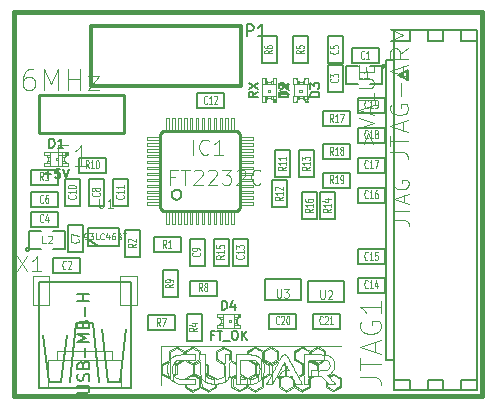
<source format=gto>
G04 (created by PCBNEW-RS274X (2010-03-14)-final) date mar 08 nov 2011 08:32:22 ART*
G01*
G70*
G90*
%MOIN*%
G04 Gerber Fmt 3.4, Leading zero omitted, Abs format*
%FSLAX34Y34*%
G04 APERTURE LIST*
%ADD10C,0.000100*%
%ADD11C,0.015000*%
%ADD12C,0.002600*%
%ADD13C,0.005000*%
%ADD14C,0.010000*%
%ADD15C,0.004000*%
%ADD16C,0.002000*%
%ADD17C,0.006000*%
%ADD18C,0.012000*%
%ADD19C,0.003500*%
%ADD20C,0.006700*%
%ADD21C,0.003000*%
%ADD22C,0.004200*%
G04 APERTURE END LIST*
G54D10*
G54D11*
X51900Y-31500D02*
X51900Y-18700D01*
X67500Y-31500D02*
X51900Y-31500D01*
X67500Y-18700D02*
X67500Y-31500D01*
X51900Y-18700D02*
X67500Y-18700D01*
G54D12*
X53069Y-28471D02*
X53069Y-27487D01*
X53069Y-27487D02*
X52518Y-27487D01*
X52518Y-28471D02*
X52518Y-27487D01*
X53069Y-28471D02*
X52518Y-28471D01*
X55982Y-28471D02*
X55982Y-27487D01*
X55982Y-27487D02*
X55431Y-27487D01*
X55431Y-28471D02*
X55431Y-27487D01*
X55982Y-28471D02*
X55431Y-28471D01*
X55470Y-31226D02*
X55470Y-30311D01*
X55470Y-30311D02*
X53030Y-30311D01*
X53030Y-31226D02*
X53030Y-30311D01*
X55470Y-31226D02*
X53030Y-31226D01*
X55165Y-30311D02*
X55165Y-30005D01*
X55165Y-30005D02*
X53335Y-30005D01*
X53335Y-30311D02*
X53335Y-30005D01*
X55165Y-30311D02*
X53335Y-30311D01*
G54D13*
X52715Y-31226D02*
X55785Y-31226D01*
X52715Y-27684D02*
X55785Y-27684D01*
X52715Y-31226D02*
X52715Y-27684D01*
X55785Y-31226D02*
X55785Y-27684D01*
X52873Y-29455D02*
X53069Y-31029D01*
X53069Y-31029D02*
X53463Y-31029D01*
X53463Y-31029D02*
X53660Y-29455D01*
X55627Y-29258D02*
X55431Y-31029D01*
X55431Y-31029D02*
X55037Y-31029D01*
X55037Y-31029D02*
X54840Y-29258D01*
X53758Y-31029D02*
X53955Y-29062D01*
X53955Y-29062D02*
X54545Y-29062D01*
X54545Y-29062D02*
X54742Y-31029D01*
G54D12*
X56978Y-25771D02*
X57057Y-25771D01*
X57057Y-25771D02*
X57057Y-25358D01*
X56978Y-25358D02*
X57057Y-25358D01*
X56978Y-25771D02*
X56978Y-25358D01*
X57175Y-25771D02*
X57254Y-25771D01*
X57254Y-25771D02*
X57254Y-25358D01*
X57175Y-25358D02*
X57254Y-25358D01*
X57175Y-25771D02*
X57175Y-25358D01*
X57372Y-25771D02*
X57451Y-25771D01*
X57451Y-25771D02*
X57451Y-25358D01*
X57372Y-25358D02*
X57451Y-25358D01*
X57372Y-25771D02*
X57372Y-25358D01*
X57569Y-25771D02*
X57648Y-25771D01*
X57648Y-25771D02*
X57648Y-25358D01*
X57569Y-25358D02*
X57648Y-25358D01*
X57569Y-25771D02*
X57569Y-25358D01*
X57766Y-25771D02*
X57845Y-25771D01*
X57845Y-25771D02*
X57845Y-25358D01*
X57766Y-25358D02*
X57845Y-25358D01*
X57766Y-25771D02*
X57766Y-25358D01*
X57963Y-25771D02*
X58041Y-25771D01*
X58041Y-25771D02*
X58041Y-25358D01*
X57963Y-25358D02*
X58041Y-25358D01*
X57963Y-25771D02*
X57963Y-25358D01*
X58159Y-25771D02*
X58237Y-25771D01*
X58237Y-25771D02*
X58237Y-25358D01*
X58159Y-25358D02*
X58237Y-25358D01*
X58159Y-25771D02*
X58159Y-25358D01*
X58355Y-25771D02*
X58434Y-25771D01*
X58434Y-25771D02*
X58434Y-25358D01*
X58355Y-25358D02*
X58434Y-25358D01*
X58355Y-25771D02*
X58355Y-25358D01*
X58552Y-25771D02*
X58631Y-25771D01*
X58631Y-25771D02*
X58631Y-25358D01*
X58552Y-25358D02*
X58631Y-25358D01*
X58552Y-25771D02*
X58552Y-25358D01*
X58749Y-25771D02*
X58828Y-25771D01*
X58828Y-25771D02*
X58828Y-25358D01*
X58749Y-25358D02*
X58828Y-25358D01*
X58749Y-25771D02*
X58749Y-25358D01*
X58946Y-25771D02*
X59025Y-25771D01*
X59025Y-25771D02*
X59025Y-25358D01*
X58946Y-25358D02*
X59025Y-25358D01*
X58946Y-25771D02*
X58946Y-25358D01*
X59143Y-25771D02*
X59222Y-25771D01*
X59222Y-25771D02*
X59222Y-25358D01*
X59143Y-25358D02*
X59222Y-25358D01*
X59143Y-25771D02*
X59143Y-25358D01*
X59458Y-25122D02*
X59871Y-25122D01*
X59871Y-25122D02*
X59871Y-25043D01*
X59458Y-25043D02*
X59871Y-25043D01*
X59458Y-25122D02*
X59458Y-25043D01*
X59458Y-24925D02*
X59871Y-24925D01*
X59871Y-24925D02*
X59871Y-24846D01*
X59458Y-24846D02*
X59871Y-24846D01*
X59458Y-24925D02*
X59458Y-24846D01*
X59458Y-24728D02*
X59871Y-24728D01*
X59871Y-24728D02*
X59871Y-24649D01*
X59458Y-24649D02*
X59871Y-24649D01*
X59458Y-24728D02*
X59458Y-24649D01*
X59458Y-24531D02*
X59871Y-24531D01*
X59871Y-24531D02*
X59871Y-24452D01*
X59458Y-24452D02*
X59871Y-24452D01*
X59458Y-24531D02*
X59458Y-24452D01*
X59458Y-24334D02*
X59871Y-24334D01*
X59871Y-24334D02*
X59871Y-24255D01*
X59458Y-24255D02*
X59871Y-24255D01*
X59458Y-24334D02*
X59458Y-24255D01*
X59458Y-24137D02*
X59871Y-24137D01*
X59871Y-24137D02*
X59871Y-24059D01*
X59458Y-24059D02*
X59871Y-24059D01*
X59458Y-24137D02*
X59458Y-24059D01*
X59458Y-23941D02*
X59871Y-23941D01*
X59871Y-23941D02*
X59871Y-23863D01*
X59458Y-23863D02*
X59871Y-23863D01*
X59458Y-23941D02*
X59458Y-23863D01*
X59458Y-23745D02*
X59871Y-23745D01*
X59871Y-23745D02*
X59871Y-23666D01*
X59458Y-23666D02*
X59871Y-23666D01*
X59458Y-23745D02*
X59458Y-23666D01*
X59458Y-23548D02*
X59871Y-23548D01*
X59871Y-23548D02*
X59871Y-23469D01*
X59458Y-23469D02*
X59871Y-23469D01*
X59458Y-23548D02*
X59458Y-23469D01*
X59458Y-23351D02*
X59871Y-23351D01*
X59871Y-23351D02*
X59871Y-23272D01*
X59458Y-23272D02*
X59871Y-23272D01*
X59458Y-23351D02*
X59458Y-23272D01*
X59458Y-23154D02*
X59871Y-23154D01*
X59871Y-23154D02*
X59871Y-23075D01*
X59458Y-23075D02*
X59871Y-23075D01*
X59458Y-23154D02*
X59458Y-23075D01*
X59458Y-22957D02*
X59871Y-22957D01*
X59871Y-22957D02*
X59871Y-22878D01*
X59458Y-22878D02*
X59871Y-22878D01*
X59458Y-22957D02*
X59458Y-22878D01*
X59143Y-22642D02*
X59222Y-22642D01*
X59222Y-22642D02*
X59222Y-22229D01*
X59143Y-22229D02*
X59222Y-22229D01*
X59143Y-22642D02*
X59143Y-22229D01*
X58946Y-22642D02*
X59025Y-22642D01*
X59025Y-22642D02*
X59025Y-22229D01*
X58946Y-22229D02*
X59025Y-22229D01*
X58946Y-22642D02*
X58946Y-22229D01*
X58749Y-22642D02*
X58828Y-22642D01*
X58828Y-22642D02*
X58828Y-22229D01*
X58749Y-22229D02*
X58828Y-22229D01*
X58749Y-22642D02*
X58749Y-22229D01*
X58552Y-22642D02*
X58631Y-22642D01*
X58631Y-22642D02*
X58631Y-22229D01*
X58552Y-22229D02*
X58631Y-22229D01*
X58552Y-22642D02*
X58552Y-22229D01*
X58355Y-22642D02*
X58434Y-22642D01*
X58434Y-22642D02*
X58434Y-22229D01*
X58355Y-22229D02*
X58434Y-22229D01*
X58355Y-22642D02*
X58355Y-22229D01*
X58159Y-22642D02*
X58237Y-22642D01*
X58237Y-22642D02*
X58237Y-22229D01*
X58159Y-22229D02*
X58237Y-22229D01*
X58159Y-22642D02*
X58159Y-22229D01*
X57963Y-22642D02*
X58041Y-22642D01*
X58041Y-22642D02*
X58041Y-22229D01*
X57963Y-22229D02*
X58041Y-22229D01*
X57963Y-22642D02*
X57963Y-22229D01*
X57766Y-22642D02*
X57845Y-22642D01*
X57845Y-22642D02*
X57845Y-22229D01*
X57766Y-22229D02*
X57845Y-22229D01*
X57766Y-22642D02*
X57766Y-22229D01*
X57569Y-22642D02*
X57648Y-22642D01*
X57648Y-22642D02*
X57648Y-22229D01*
X57569Y-22229D02*
X57648Y-22229D01*
X57569Y-22642D02*
X57569Y-22229D01*
X57372Y-22642D02*
X57451Y-22642D01*
X57451Y-22642D02*
X57451Y-22229D01*
X57372Y-22229D02*
X57451Y-22229D01*
X57372Y-22642D02*
X57372Y-22229D01*
X57175Y-22642D02*
X57254Y-22642D01*
X57254Y-22642D02*
X57254Y-22229D01*
X57175Y-22229D02*
X57254Y-22229D01*
X57175Y-22642D02*
X57175Y-22229D01*
X56978Y-22642D02*
X57057Y-22642D01*
X57057Y-22642D02*
X57057Y-22229D01*
X56978Y-22229D02*
X57057Y-22229D01*
X56978Y-22642D02*
X56978Y-22229D01*
X56329Y-22957D02*
X56742Y-22957D01*
X56742Y-22957D02*
X56742Y-22878D01*
X56329Y-22878D02*
X56742Y-22878D01*
X56329Y-22957D02*
X56329Y-22878D01*
X56329Y-23154D02*
X56742Y-23154D01*
X56742Y-23154D02*
X56742Y-23075D01*
X56329Y-23075D02*
X56742Y-23075D01*
X56329Y-23154D02*
X56329Y-23075D01*
X56329Y-23351D02*
X56742Y-23351D01*
X56742Y-23351D02*
X56742Y-23272D01*
X56329Y-23272D02*
X56742Y-23272D01*
X56329Y-23351D02*
X56329Y-23272D01*
X56329Y-23548D02*
X56742Y-23548D01*
X56742Y-23548D02*
X56742Y-23469D01*
X56329Y-23469D02*
X56742Y-23469D01*
X56329Y-23548D02*
X56329Y-23469D01*
X56329Y-23745D02*
X56742Y-23745D01*
X56742Y-23745D02*
X56742Y-23666D01*
X56329Y-23666D02*
X56742Y-23666D01*
X56329Y-23745D02*
X56329Y-23666D01*
X56329Y-23941D02*
X56742Y-23941D01*
X56742Y-23941D02*
X56742Y-23863D01*
X56329Y-23863D02*
X56742Y-23863D01*
X56329Y-23941D02*
X56329Y-23863D01*
X56329Y-24137D02*
X56742Y-24137D01*
X56742Y-24137D02*
X56742Y-24059D01*
X56329Y-24059D02*
X56742Y-24059D01*
X56329Y-24137D02*
X56329Y-24059D01*
X56329Y-24334D02*
X56742Y-24334D01*
X56742Y-24334D02*
X56742Y-24255D01*
X56329Y-24255D02*
X56742Y-24255D01*
X56329Y-24334D02*
X56329Y-24255D01*
X56329Y-24531D02*
X56742Y-24531D01*
X56742Y-24531D02*
X56742Y-24452D01*
X56329Y-24452D02*
X56742Y-24452D01*
X56329Y-24531D02*
X56329Y-24452D01*
X56329Y-24728D02*
X56742Y-24728D01*
X56742Y-24728D02*
X56742Y-24649D01*
X56329Y-24649D02*
X56742Y-24649D01*
X56329Y-24728D02*
X56329Y-24649D01*
X56329Y-24925D02*
X56742Y-24925D01*
X56742Y-24925D02*
X56742Y-24846D01*
X56329Y-24846D02*
X56742Y-24846D01*
X56329Y-24925D02*
X56329Y-24846D01*
X56329Y-25122D02*
X56742Y-25122D01*
X56742Y-25122D02*
X56742Y-25043D01*
X56329Y-25043D02*
X56742Y-25043D01*
X56329Y-25122D02*
X56329Y-25043D01*
G54D14*
X56772Y-22780D02*
X56880Y-22672D01*
X56880Y-22672D02*
X59320Y-22672D01*
X59320Y-22672D02*
X59428Y-22780D01*
X59428Y-22780D02*
X59428Y-25220D01*
X59428Y-25220D02*
X59320Y-25328D01*
X59320Y-25328D02*
X56880Y-25328D01*
X56880Y-25328D02*
X56772Y-25220D01*
X56772Y-25220D02*
X56772Y-22780D01*
G54D13*
X57479Y-24787D02*
X57475Y-24819D01*
X57466Y-24850D01*
X57451Y-24878D01*
X57430Y-24903D01*
X57405Y-24924D01*
X57377Y-24940D01*
X57346Y-24949D01*
X57314Y-24952D01*
X57282Y-24950D01*
X57251Y-24940D01*
X57223Y-24925D01*
X57197Y-24905D01*
X57177Y-24880D01*
X57161Y-24852D01*
X57151Y-24821D01*
X57148Y-24789D01*
X57150Y-24758D01*
X57159Y-24726D01*
X57174Y-24698D01*
X57194Y-24672D01*
X57219Y-24651D01*
X57247Y-24635D01*
X57278Y-24625D01*
X57310Y-24622D01*
X57341Y-24624D01*
X57373Y-24633D01*
X57401Y-24647D01*
X57427Y-24667D01*
X57448Y-24692D01*
X57464Y-24720D01*
X57474Y-24751D01*
X57478Y-24783D01*
X57479Y-24787D01*
G54D12*
X59246Y-29118D02*
X59246Y-29246D01*
X59246Y-29246D02*
X59443Y-29246D01*
X59443Y-29118D02*
X59443Y-29246D01*
X59246Y-29118D02*
X59443Y-29118D01*
X59246Y-28873D02*
X59246Y-28932D01*
X59246Y-28932D02*
X59345Y-28932D01*
X59345Y-28873D02*
X59345Y-28932D01*
X59246Y-28873D02*
X59345Y-28873D01*
X59246Y-29068D02*
X59246Y-29127D01*
X59246Y-29127D02*
X59345Y-29127D01*
X59345Y-29068D02*
X59345Y-29127D01*
X59246Y-29068D02*
X59345Y-29068D01*
X59246Y-28922D02*
X59246Y-29078D01*
X59246Y-29078D02*
X59315Y-29078D01*
X59315Y-28922D02*
X59315Y-29078D01*
X59246Y-28922D02*
X59315Y-28922D01*
X58657Y-29118D02*
X58657Y-29246D01*
X58657Y-29246D02*
X58854Y-29246D01*
X58854Y-29118D02*
X58854Y-29246D01*
X58657Y-29118D02*
X58854Y-29118D01*
X58657Y-28754D02*
X58657Y-28882D01*
X58657Y-28882D02*
X58854Y-28882D01*
X58854Y-28754D02*
X58854Y-28882D01*
X58657Y-28754D02*
X58854Y-28754D01*
X58755Y-29068D02*
X58755Y-29127D01*
X58755Y-29127D02*
X58854Y-29127D01*
X58854Y-29068D02*
X58854Y-29127D01*
X58755Y-29068D02*
X58854Y-29068D01*
X58755Y-28873D02*
X58755Y-28932D01*
X58755Y-28932D02*
X58854Y-28932D01*
X58854Y-28873D02*
X58854Y-28932D01*
X58755Y-28873D02*
X58854Y-28873D01*
X58785Y-28922D02*
X58785Y-29078D01*
X58785Y-29078D02*
X58854Y-29078D01*
X58854Y-28922D02*
X58854Y-29078D01*
X58785Y-28922D02*
X58854Y-28922D01*
X59050Y-28961D02*
X59050Y-29039D01*
X59050Y-29039D02*
X59128Y-29039D01*
X59128Y-28961D02*
X59128Y-29039D01*
X59050Y-28961D02*
X59128Y-28961D01*
X59246Y-28764D02*
X59246Y-28882D01*
X59246Y-28882D02*
X59364Y-28882D01*
X59364Y-28764D02*
X59364Y-28882D01*
X59246Y-28764D02*
X59364Y-28764D01*
X59414Y-28754D02*
X59414Y-28843D01*
X59414Y-28843D02*
X59443Y-28843D01*
X59443Y-28754D02*
X59443Y-28843D01*
X59414Y-28754D02*
X59443Y-28754D01*
G54D15*
X59256Y-29226D02*
X58844Y-29226D01*
X58854Y-28774D02*
X59414Y-28774D01*
G54D16*
X59412Y-28823D02*
X59411Y-28828D01*
X59409Y-28833D01*
X59407Y-28838D01*
X59403Y-28842D01*
X59399Y-28846D01*
X59394Y-28848D01*
X59389Y-28850D01*
X59384Y-28850D01*
X59379Y-28850D01*
X59374Y-28848D01*
X59369Y-28846D01*
X59365Y-28843D01*
X59361Y-28838D01*
X59359Y-28834D01*
X59357Y-28828D01*
X59357Y-28823D01*
X59357Y-28818D01*
X59358Y-28813D01*
X59361Y-28808D01*
X59364Y-28804D01*
X59369Y-28801D01*
X59373Y-28798D01*
X59378Y-28796D01*
X59384Y-28796D01*
X59388Y-28796D01*
X59394Y-28797D01*
X59399Y-28800D01*
X59403Y-28803D01*
X59406Y-28807D01*
X59409Y-28812D01*
X59411Y-28817D01*
X59411Y-28823D01*
X59412Y-28823D01*
G54D15*
X59443Y-28863D02*
X59432Y-28864D01*
X59420Y-28866D01*
X59408Y-28868D01*
X59397Y-28872D01*
X59386Y-28876D01*
X59375Y-28882D01*
X59365Y-28888D01*
X59355Y-28896D01*
X59347Y-28904D01*
X59339Y-28912D01*
X59331Y-28922D01*
X59325Y-28932D01*
X59319Y-28943D01*
X59315Y-28954D01*
X59311Y-28965D01*
X59309Y-28977D01*
X59307Y-28989D01*
X59306Y-29000D01*
X59307Y-29011D01*
X59309Y-29023D01*
X59311Y-29035D01*
X59315Y-29046D01*
X59319Y-29057D01*
X59325Y-29068D01*
X59331Y-29078D01*
X59339Y-29088D01*
X59347Y-29096D01*
X59355Y-29104D01*
X59365Y-29112D01*
X59375Y-29118D01*
X59386Y-29124D01*
X59397Y-29128D01*
X59408Y-29132D01*
X59420Y-29134D01*
X59432Y-29136D01*
X59443Y-29137D01*
X58657Y-29137D02*
X58668Y-29136D01*
X58680Y-29134D01*
X58692Y-29132D01*
X58703Y-29128D01*
X58714Y-29124D01*
X58725Y-29118D01*
X58735Y-29112D01*
X58745Y-29104D01*
X58753Y-29096D01*
X58761Y-29088D01*
X58769Y-29078D01*
X58775Y-29068D01*
X58781Y-29057D01*
X58785Y-29046D01*
X58789Y-29035D01*
X58791Y-29023D01*
X58793Y-29011D01*
X58794Y-29000D01*
X58793Y-28989D01*
X58791Y-28977D01*
X58789Y-28965D01*
X58785Y-28954D01*
X58781Y-28943D01*
X58775Y-28932D01*
X58769Y-28922D01*
X58761Y-28912D01*
X58753Y-28904D01*
X58745Y-28896D01*
X58735Y-28888D01*
X58725Y-28882D01*
X58714Y-28876D01*
X58703Y-28872D01*
X58692Y-28868D01*
X58680Y-28866D01*
X58668Y-28864D01*
X58657Y-28863D01*
G54D12*
X61332Y-21496D02*
X61204Y-21496D01*
X61204Y-21496D02*
X61204Y-21693D01*
X61332Y-21693D02*
X61204Y-21693D01*
X61332Y-21496D02*
X61332Y-21693D01*
X61577Y-21496D02*
X61518Y-21496D01*
X61518Y-21496D02*
X61518Y-21595D01*
X61577Y-21595D02*
X61518Y-21595D01*
X61577Y-21496D02*
X61577Y-21595D01*
X61382Y-21496D02*
X61323Y-21496D01*
X61323Y-21496D02*
X61323Y-21595D01*
X61382Y-21595D02*
X61323Y-21595D01*
X61382Y-21496D02*
X61382Y-21595D01*
X61528Y-21496D02*
X61372Y-21496D01*
X61372Y-21496D02*
X61372Y-21565D01*
X61528Y-21565D02*
X61372Y-21565D01*
X61528Y-21496D02*
X61528Y-21565D01*
X61332Y-20907D02*
X61204Y-20907D01*
X61204Y-20907D02*
X61204Y-21104D01*
X61332Y-21104D02*
X61204Y-21104D01*
X61332Y-20907D02*
X61332Y-21104D01*
X61696Y-20907D02*
X61568Y-20907D01*
X61568Y-20907D02*
X61568Y-21104D01*
X61696Y-21104D02*
X61568Y-21104D01*
X61696Y-20907D02*
X61696Y-21104D01*
X61382Y-21005D02*
X61323Y-21005D01*
X61323Y-21005D02*
X61323Y-21104D01*
X61382Y-21104D02*
X61323Y-21104D01*
X61382Y-21005D02*
X61382Y-21104D01*
X61577Y-21005D02*
X61518Y-21005D01*
X61518Y-21005D02*
X61518Y-21104D01*
X61577Y-21104D02*
X61518Y-21104D01*
X61577Y-21005D02*
X61577Y-21104D01*
X61528Y-21035D02*
X61372Y-21035D01*
X61372Y-21035D02*
X61372Y-21104D01*
X61528Y-21104D02*
X61372Y-21104D01*
X61528Y-21035D02*
X61528Y-21104D01*
X61489Y-21300D02*
X61411Y-21300D01*
X61411Y-21300D02*
X61411Y-21378D01*
X61489Y-21378D02*
X61411Y-21378D01*
X61489Y-21300D02*
X61489Y-21378D01*
X61686Y-21496D02*
X61568Y-21496D01*
X61568Y-21496D02*
X61568Y-21614D01*
X61686Y-21614D02*
X61568Y-21614D01*
X61686Y-21496D02*
X61686Y-21614D01*
X61696Y-21664D02*
X61607Y-21664D01*
X61607Y-21664D02*
X61607Y-21693D01*
X61696Y-21693D02*
X61607Y-21693D01*
X61696Y-21664D02*
X61696Y-21693D01*
G54D15*
X61224Y-21506D02*
X61224Y-21094D01*
X61676Y-21104D02*
X61676Y-21664D01*
G54D16*
X61655Y-21634D02*
X61654Y-21639D01*
X61652Y-21644D01*
X61650Y-21649D01*
X61646Y-21653D01*
X61642Y-21657D01*
X61637Y-21659D01*
X61632Y-21661D01*
X61627Y-21661D01*
X61622Y-21661D01*
X61617Y-21659D01*
X61612Y-21657D01*
X61608Y-21654D01*
X61604Y-21649D01*
X61602Y-21645D01*
X61600Y-21639D01*
X61600Y-21634D01*
X61600Y-21629D01*
X61601Y-21624D01*
X61604Y-21619D01*
X61607Y-21615D01*
X61612Y-21612D01*
X61616Y-21609D01*
X61621Y-21607D01*
X61627Y-21607D01*
X61631Y-21607D01*
X61637Y-21608D01*
X61642Y-21611D01*
X61646Y-21614D01*
X61649Y-21618D01*
X61652Y-21623D01*
X61654Y-21628D01*
X61654Y-21634D01*
X61655Y-21634D01*
G54D15*
X61587Y-21693D02*
X61586Y-21682D01*
X61584Y-21670D01*
X61582Y-21658D01*
X61578Y-21647D01*
X61574Y-21636D01*
X61568Y-21625D01*
X61562Y-21615D01*
X61554Y-21605D01*
X61546Y-21597D01*
X61538Y-21589D01*
X61528Y-21581D01*
X61518Y-21575D01*
X61507Y-21569D01*
X61496Y-21565D01*
X61485Y-21561D01*
X61473Y-21559D01*
X61461Y-21557D01*
X61450Y-21556D01*
X61439Y-21557D01*
X61427Y-21559D01*
X61415Y-21561D01*
X61404Y-21565D01*
X61393Y-21569D01*
X61382Y-21575D01*
X61372Y-21581D01*
X61362Y-21589D01*
X61354Y-21597D01*
X61346Y-21605D01*
X61338Y-21615D01*
X61332Y-21625D01*
X61326Y-21636D01*
X61322Y-21647D01*
X61318Y-21658D01*
X61316Y-21670D01*
X61314Y-21682D01*
X61313Y-21693D01*
X61313Y-20907D02*
X61314Y-20918D01*
X61316Y-20930D01*
X61318Y-20942D01*
X61322Y-20953D01*
X61326Y-20964D01*
X61332Y-20975D01*
X61338Y-20985D01*
X61346Y-20995D01*
X61354Y-21003D01*
X61362Y-21011D01*
X61372Y-21019D01*
X61382Y-21025D01*
X61393Y-21031D01*
X61404Y-21035D01*
X61415Y-21039D01*
X61427Y-21041D01*
X61439Y-21043D01*
X61450Y-21044D01*
X61461Y-21043D01*
X61473Y-21041D01*
X61485Y-21039D01*
X61496Y-21035D01*
X61507Y-21031D01*
X61518Y-21025D01*
X61528Y-21019D01*
X61538Y-21011D01*
X61546Y-21003D01*
X61554Y-20995D01*
X61562Y-20985D01*
X61568Y-20975D01*
X61574Y-20964D01*
X61578Y-20953D01*
X61582Y-20942D01*
X61584Y-20930D01*
X61586Y-20918D01*
X61587Y-20907D01*
G54D12*
X60282Y-21496D02*
X60154Y-21496D01*
X60154Y-21496D02*
X60154Y-21693D01*
X60282Y-21693D02*
X60154Y-21693D01*
X60282Y-21496D02*
X60282Y-21693D01*
X60527Y-21496D02*
X60468Y-21496D01*
X60468Y-21496D02*
X60468Y-21595D01*
X60527Y-21595D02*
X60468Y-21595D01*
X60527Y-21496D02*
X60527Y-21595D01*
X60332Y-21496D02*
X60273Y-21496D01*
X60273Y-21496D02*
X60273Y-21595D01*
X60332Y-21595D02*
X60273Y-21595D01*
X60332Y-21496D02*
X60332Y-21595D01*
X60478Y-21496D02*
X60322Y-21496D01*
X60322Y-21496D02*
X60322Y-21565D01*
X60478Y-21565D02*
X60322Y-21565D01*
X60478Y-21496D02*
X60478Y-21565D01*
X60282Y-20907D02*
X60154Y-20907D01*
X60154Y-20907D02*
X60154Y-21104D01*
X60282Y-21104D02*
X60154Y-21104D01*
X60282Y-20907D02*
X60282Y-21104D01*
X60646Y-20907D02*
X60518Y-20907D01*
X60518Y-20907D02*
X60518Y-21104D01*
X60646Y-21104D02*
X60518Y-21104D01*
X60646Y-20907D02*
X60646Y-21104D01*
X60332Y-21005D02*
X60273Y-21005D01*
X60273Y-21005D02*
X60273Y-21104D01*
X60332Y-21104D02*
X60273Y-21104D01*
X60332Y-21005D02*
X60332Y-21104D01*
X60527Y-21005D02*
X60468Y-21005D01*
X60468Y-21005D02*
X60468Y-21104D01*
X60527Y-21104D02*
X60468Y-21104D01*
X60527Y-21005D02*
X60527Y-21104D01*
X60478Y-21035D02*
X60322Y-21035D01*
X60322Y-21035D02*
X60322Y-21104D01*
X60478Y-21104D02*
X60322Y-21104D01*
X60478Y-21035D02*
X60478Y-21104D01*
X60439Y-21300D02*
X60361Y-21300D01*
X60361Y-21300D02*
X60361Y-21378D01*
X60439Y-21378D02*
X60361Y-21378D01*
X60439Y-21300D02*
X60439Y-21378D01*
X60636Y-21496D02*
X60518Y-21496D01*
X60518Y-21496D02*
X60518Y-21614D01*
X60636Y-21614D02*
X60518Y-21614D01*
X60636Y-21496D02*
X60636Y-21614D01*
X60646Y-21664D02*
X60557Y-21664D01*
X60557Y-21664D02*
X60557Y-21693D01*
X60646Y-21693D02*
X60557Y-21693D01*
X60646Y-21664D02*
X60646Y-21693D01*
G54D15*
X60174Y-21506D02*
X60174Y-21094D01*
X60626Y-21104D02*
X60626Y-21664D01*
G54D16*
X60605Y-21634D02*
X60604Y-21639D01*
X60602Y-21644D01*
X60600Y-21649D01*
X60596Y-21653D01*
X60592Y-21657D01*
X60587Y-21659D01*
X60582Y-21661D01*
X60577Y-21661D01*
X60572Y-21661D01*
X60567Y-21659D01*
X60562Y-21657D01*
X60558Y-21654D01*
X60554Y-21649D01*
X60552Y-21645D01*
X60550Y-21639D01*
X60550Y-21634D01*
X60550Y-21629D01*
X60551Y-21624D01*
X60554Y-21619D01*
X60557Y-21615D01*
X60562Y-21612D01*
X60566Y-21609D01*
X60571Y-21607D01*
X60577Y-21607D01*
X60581Y-21607D01*
X60587Y-21608D01*
X60592Y-21611D01*
X60596Y-21614D01*
X60599Y-21618D01*
X60602Y-21623D01*
X60604Y-21628D01*
X60604Y-21634D01*
X60605Y-21634D01*
G54D15*
X60537Y-21693D02*
X60536Y-21682D01*
X60534Y-21670D01*
X60532Y-21658D01*
X60528Y-21647D01*
X60524Y-21636D01*
X60518Y-21625D01*
X60512Y-21615D01*
X60504Y-21605D01*
X60496Y-21597D01*
X60488Y-21589D01*
X60478Y-21581D01*
X60468Y-21575D01*
X60457Y-21569D01*
X60446Y-21565D01*
X60435Y-21561D01*
X60423Y-21559D01*
X60411Y-21557D01*
X60400Y-21556D01*
X60389Y-21557D01*
X60377Y-21559D01*
X60365Y-21561D01*
X60354Y-21565D01*
X60343Y-21569D01*
X60332Y-21575D01*
X60322Y-21581D01*
X60312Y-21589D01*
X60304Y-21597D01*
X60296Y-21605D01*
X60288Y-21615D01*
X60282Y-21625D01*
X60276Y-21636D01*
X60272Y-21647D01*
X60268Y-21658D01*
X60266Y-21670D01*
X60264Y-21682D01*
X60263Y-21693D01*
X60263Y-20907D02*
X60264Y-20918D01*
X60266Y-20930D01*
X60268Y-20942D01*
X60272Y-20953D01*
X60276Y-20964D01*
X60282Y-20975D01*
X60288Y-20985D01*
X60296Y-20995D01*
X60304Y-21003D01*
X60312Y-21011D01*
X60322Y-21019D01*
X60332Y-21025D01*
X60343Y-21031D01*
X60354Y-21035D01*
X60365Y-21039D01*
X60377Y-21041D01*
X60389Y-21043D01*
X60400Y-21044D01*
X60411Y-21043D01*
X60423Y-21041D01*
X60435Y-21039D01*
X60446Y-21035D01*
X60457Y-21031D01*
X60468Y-21025D01*
X60478Y-21019D01*
X60488Y-21011D01*
X60496Y-21003D01*
X60504Y-20995D01*
X60512Y-20985D01*
X60518Y-20975D01*
X60524Y-20964D01*
X60528Y-20953D01*
X60532Y-20942D01*
X60534Y-20930D01*
X60536Y-20918D01*
X60537Y-20907D01*
G54D12*
X53496Y-23718D02*
X53496Y-23846D01*
X53496Y-23846D02*
X53693Y-23846D01*
X53693Y-23718D02*
X53693Y-23846D01*
X53496Y-23718D02*
X53693Y-23718D01*
X53496Y-23473D02*
X53496Y-23532D01*
X53496Y-23532D02*
X53595Y-23532D01*
X53595Y-23473D02*
X53595Y-23532D01*
X53496Y-23473D02*
X53595Y-23473D01*
X53496Y-23668D02*
X53496Y-23727D01*
X53496Y-23727D02*
X53595Y-23727D01*
X53595Y-23668D02*
X53595Y-23727D01*
X53496Y-23668D02*
X53595Y-23668D01*
X53496Y-23522D02*
X53496Y-23678D01*
X53496Y-23678D02*
X53565Y-23678D01*
X53565Y-23522D02*
X53565Y-23678D01*
X53496Y-23522D02*
X53565Y-23522D01*
X52907Y-23718D02*
X52907Y-23846D01*
X52907Y-23846D02*
X53104Y-23846D01*
X53104Y-23718D02*
X53104Y-23846D01*
X52907Y-23718D02*
X53104Y-23718D01*
X52907Y-23354D02*
X52907Y-23482D01*
X52907Y-23482D02*
X53104Y-23482D01*
X53104Y-23354D02*
X53104Y-23482D01*
X52907Y-23354D02*
X53104Y-23354D01*
X53005Y-23668D02*
X53005Y-23727D01*
X53005Y-23727D02*
X53104Y-23727D01*
X53104Y-23668D02*
X53104Y-23727D01*
X53005Y-23668D02*
X53104Y-23668D01*
X53005Y-23473D02*
X53005Y-23532D01*
X53005Y-23532D02*
X53104Y-23532D01*
X53104Y-23473D02*
X53104Y-23532D01*
X53005Y-23473D02*
X53104Y-23473D01*
X53035Y-23522D02*
X53035Y-23678D01*
X53035Y-23678D02*
X53104Y-23678D01*
X53104Y-23522D02*
X53104Y-23678D01*
X53035Y-23522D02*
X53104Y-23522D01*
X53300Y-23561D02*
X53300Y-23639D01*
X53300Y-23639D02*
X53378Y-23639D01*
X53378Y-23561D02*
X53378Y-23639D01*
X53300Y-23561D02*
X53378Y-23561D01*
X53496Y-23364D02*
X53496Y-23482D01*
X53496Y-23482D02*
X53614Y-23482D01*
X53614Y-23364D02*
X53614Y-23482D01*
X53496Y-23364D02*
X53614Y-23364D01*
X53664Y-23354D02*
X53664Y-23443D01*
X53664Y-23443D02*
X53693Y-23443D01*
X53693Y-23354D02*
X53693Y-23443D01*
X53664Y-23354D02*
X53693Y-23354D01*
G54D15*
X53506Y-23826D02*
X53094Y-23826D01*
X53104Y-23374D02*
X53664Y-23374D01*
G54D16*
X53662Y-23423D02*
X53661Y-23428D01*
X53659Y-23433D01*
X53657Y-23438D01*
X53653Y-23442D01*
X53649Y-23446D01*
X53644Y-23448D01*
X53639Y-23450D01*
X53634Y-23450D01*
X53629Y-23450D01*
X53624Y-23448D01*
X53619Y-23446D01*
X53615Y-23443D01*
X53611Y-23438D01*
X53609Y-23434D01*
X53607Y-23428D01*
X53607Y-23423D01*
X53607Y-23418D01*
X53608Y-23413D01*
X53611Y-23408D01*
X53614Y-23404D01*
X53619Y-23401D01*
X53623Y-23398D01*
X53628Y-23396D01*
X53634Y-23396D01*
X53638Y-23396D01*
X53644Y-23397D01*
X53649Y-23400D01*
X53653Y-23403D01*
X53656Y-23407D01*
X53659Y-23412D01*
X53661Y-23417D01*
X53661Y-23423D01*
X53662Y-23423D01*
G54D15*
X53693Y-23463D02*
X53682Y-23464D01*
X53670Y-23466D01*
X53658Y-23468D01*
X53647Y-23472D01*
X53636Y-23476D01*
X53625Y-23482D01*
X53615Y-23488D01*
X53605Y-23496D01*
X53597Y-23504D01*
X53589Y-23512D01*
X53581Y-23522D01*
X53575Y-23532D01*
X53569Y-23543D01*
X53565Y-23554D01*
X53561Y-23565D01*
X53559Y-23577D01*
X53557Y-23589D01*
X53556Y-23600D01*
X53557Y-23611D01*
X53559Y-23623D01*
X53561Y-23635D01*
X53565Y-23646D01*
X53569Y-23657D01*
X53575Y-23668D01*
X53581Y-23678D01*
X53589Y-23688D01*
X53597Y-23696D01*
X53605Y-23704D01*
X53615Y-23712D01*
X53625Y-23718D01*
X53636Y-23724D01*
X53647Y-23728D01*
X53658Y-23732D01*
X53670Y-23734D01*
X53682Y-23736D01*
X53693Y-23737D01*
X52907Y-23737D02*
X52918Y-23736D01*
X52930Y-23734D01*
X52942Y-23732D01*
X52953Y-23728D01*
X52964Y-23724D01*
X52975Y-23718D01*
X52985Y-23712D01*
X52995Y-23704D01*
X53003Y-23696D01*
X53011Y-23688D01*
X53019Y-23678D01*
X53025Y-23668D01*
X53031Y-23657D01*
X53035Y-23646D01*
X53039Y-23635D01*
X53041Y-23623D01*
X53043Y-23611D01*
X53044Y-23600D01*
X53043Y-23589D01*
X53041Y-23577D01*
X53039Y-23565D01*
X53035Y-23554D01*
X53031Y-23543D01*
X53025Y-23532D01*
X53019Y-23522D01*
X53011Y-23512D01*
X53003Y-23504D01*
X52995Y-23496D01*
X52985Y-23488D01*
X52975Y-23482D01*
X52964Y-23476D01*
X52953Y-23472D01*
X52942Y-23468D01*
X52930Y-23466D01*
X52918Y-23464D01*
X52907Y-23463D01*
G54D12*
X64860Y-20700D02*
X64860Y-20900D01*
X64860Y-20900D02*
X64960Y-20900D01*
X64960Y-20700D02*
X64960Y-20900D01*
X64860Y-20700D02*
X64960Y-20700D01*
X64960Y-20650D02*
X64960Y-20800D01*
X64960Y-20800D02*
X65010Y-20800D01*
X65010Y-20650D02*
X65010Y-20800D01*
X64960Y-20650D02*
X65010Y-20650D01*
X64960Y-20800D02*
X64960Y-20950D01*
X64960Y-20950D02*
X65010Y-20950D01*
X65010Y-20800D02*
X65010Y-20950D01*
X64960Y-20800D02*
X65010Y-20800D01*
X64780Y-20750D02*
X64780Y-20850D01*
X64780Y-20850D02*
X64880Y-20850D01*
X64880Y-20750D02*
X64880Y-20850D01*
X64780Y-20750D02*
X64880Y-20750D01*
G54D17*
X64310Y-30300D02*
X64310Y-20300D01*
X64580Y-20300D02*
X64310Y-20300D01*
X64580Y-30300D02*
X64310Y-30300D01*
X65030Y-20630D02*
X65030Y-20970D01*
X65030Y-20970D02*
X64700Y-20800D01*
X64700Y-20800D02*
X65030Y-20630D01*
X64700Y-20800D02*
X64800Y-20800D01*
X64580Y-20300D02*
X64580Y-30300D01*
X64580Y-31290D02*
X65100Y-31290D01*
X67330Y-31290D02*
X67330Y-30949D01*
X67330Y-19300D02*
X66800Y-19300D01*
X64580Y-19300D02*
X64580Y-19651D01*
X67330Y-30949D02*
X66800Y-30949D01*
X66800Y-30949D02*
X66800Y-31290D01*
X66200Y-30949D02*
X66200Y-31290D01*
X66800Y-31290D02*
X67330Y-31290D01*
X66200Y-31290D02*
X66800Y-31290D01*
X65100Y-30949D02*
X65100Y-31290D01*
X65100Y-30949D02*
X64580Y-30949D01*
X65100Y-31290D02*
X65700Y-31290D01*
X65700Y-30949D02*
X65700Y-31290D01*
X65700Y-31290D02*
X66200Y-31290D01*
X64580Y-30300D02*
X64580Y-30949D01*
X67330Y-31300D02*
X67330Y-19651D01*
X66200Y-30949D02*
X65700Y-30949D01*
X67330Y-19651D02*
X66800Y-19651D01*
X67330Y-19651D02*
X67330Y-19300D01*
X66800Y-19300D02*
X66800Y-19651D01*
X66200Y-19300D02*
X66200Y-19651D01*
X66200Y-19651D02*
X65700Y-19651D01*
X65700Y-19300D02*
X65700Y-19651D01*
X65100Y-19300D02*
X65100Y-19651D01*
X65100Y-19651D02*
X64580Y-19651D01*
X66200Y-19300D02*
X65700Y-19300D01*
X66800Y-19300D02*
X66200Y-19300D01*
X65700Y-19300D02*
X65100Y-19300D01*
X65100Y-19300D02*
X64580Y-19300D01*
X64580Y-19651D02*
X64580Y-20300D01*
X64580Y-30949D02*
X64580Y-31290D01*
G54D18*
X54450Y-19150D02*
X59450Y-19150D01*
X59450Y-19150D02*
X59450Y-21150D01*
X59450Y-21150D02*
X54450Y-21150D01*
X54450Y-21150D02*
X54450Y-19150D01*
G54D13*
X63100Y-24550D02*
X62200Y-24550D01*
X62200Y-24550D02*
X62200Y-24050D01*
X62200Y-24050D02*
X63100Y-24050D01*
X63100Y-24050D02*
X63100Y-24550D01*
X63100Y-23600D02*
X62200Y-23600D01*
X62200Y-23600D02*
X62200Y-23100D01*
X62200Y-23100D02*
X63100Y-23100D01*
X63100Y-23100D02*
X63100Y-23600D01*
X63100Y-22500D02*
X62200Y-22500D01*
X62200Y-22500D02*
X62200Y-22000D01*
X62200Y-22000D02*
X63100Y-22000D01*
X63100Y-22000D02*
X63100Y-22500D01*
X62000Y-24700D02*
X62000Y-25600D01*
X62000Y-25600D02*
X61500Y-25600D01*
X61500Y-25600D02*
X61500Y-24700D01*
X61500Y-24700D02*
X62000Y-24700D01*
X59050Y-26250D02*
X59050Y-27150D01*
X59050Y-27150D02*
X58550Y-27150D01*
X58550Y-27150D02*
X58550Y-26250D01*
X58550Y-26250D02*
X59050Y-26250D01*
X62100Y-25600D02*
X62100Y-24700D01*
X62100Y-24700D02*
X62600Y-24700D01*
X62600Y-24700D02*
X62600Y-25600D01*
X62600Y-25600D02*
X62100Y-25600D01*
X61400Y-24200D02*
X61400Y-23300D01*
X61400Y-23300D02*
X61900Y-23300D01*
X61900Y-23300D02*
X61900Y-24200D01*
X61900Y-24200D02*
X61400Y-24200D01*
X61000Y-24300D02*
X61000Y-25200D01*
X61000Y-25200D02*
X60500Y-25200D01*
X60500Y-25200D02*
X60500Y-24300D01*
X60500Y-24300D02*
X61000Y-24300D01*
X60600Y-24200D02*
X60600Y-23300D01*
X60600Y-23300D02*
X61100Y-23300D01*
X61100Y-23300D02*
X61100Y-24200D01*
X61100Y-24200D02*
X60600Y-24200D01*
X54950Y-24050D02*
X54050Y-24050D01*
X54050Y-24050D02*
X54050Y-23550D01*
X54050Y-23550D02*
X54950Y-23550D01*
X54950Y-23550D02*
X54950Y-24050D01*
X57350Y-27300D02*
X57350Y-28200D01*
X57350Y-28200D02*
X56850Y-28200D01*
X56850Y-28200D02*
X56850Y-27300D01*
X56850Y-27300D02*
X57350Y-27300D01*
X58650Y-28150D02*
X57750Y-28150D01*
X57750Y-28150D02*
X57750Y-27650D01*
X57750Y-27650D02*
X58650Y-27650D01*
X58650Y-27650D02*
X58650Y-28150D01*
X57250Y-29300D02*
X56350Y-29300D01*
X56350Y-29300D02*
X56350Y-28800D01*
X56350Y-28800D02*
X57250Y-28800D01*
X57250Y-28800D02*
X57250Y-29300D01*
X60650Y-19500D02*
X60650Y-20400D01*
X60650Y-20400D02*
X60150Y-20400D01*
X60150Y-20400D02*
X60150Y-19500D01*
X60150Y-19500D02*
X60650Y-19500D01*
X61700Y-19500D02*
X61700Y-20400D01*
X61700Y-20400D02*
X61200Y-20400D01*
X61200Y-20400D02*
X61200Y-19500D01*
X61200Y-19500D02*
X61700Y-19500D01*
X57650Y-29650D02*
X57650Y-28750D01*
X57650Y-28750D02*
X58150Y-28750D01*
X58150Y-28750D02*
X58150Y-29650D01*
X58150Y-29650D02*
X57650Y-29650D01*
X53350Y-24450D02*
X52450Y-24450D01*
X52450Y-24450D02*
X52450Y-23950D01*
X52450Y-23950D02*
X53350Y-23950D01*
X53350Y-23950D02*
X53350Y-24450D01*
X55600Y-26850D02*
X55600Y-25950D01*
X55600Y-25950D02*
X56100Y-25950D01*
X56100Y-25950D02*
X56100Y-26850D01*
X56100Y-26850D02*
X55600Y-26850D01*
X57450Y-26700D02*
X56550Y-26700D01*
X56550Y-26700D02*
X56550Y-26200D01*
X56550Y-26200D02*
X57450Y-26200D01*
X57450Y-26200D02*
X57450Y-26700D01*
X61850Y-28750D02*
X62750Y-28750D01*
X62750Y-28750D02*
X62750Y-29250D01*
X62750Y-29250D02*
X61850Y-29250D01*
X61850Y-29250D02*
X61850Y-28750D01*
X61300Y-29250D02*
X60400Y-29250D01*
X60400Y-29250D02*
X60400Y-28750D01*
X60400Y-28750D02*
X61300Y-28750D01*
X61300Y-28750D02*
X61300Y-29250D01*
X64250Y-22050D02*
X63350Y-22050D01*
X63350Y-22050D02*
X63350Y-21550D01*
X63350Y-21550D02*
X64250Y-21550D01*
X64250Y-21550D02*
X64250Y-22050D01*
X64250Y-23050D02*
X63350Y-23050D01*
X63350Y-23050D02*
X63350Y-22550D01*
X63350Y-22550D02*
X64250Y-22550D01*
X64250Y-22550D02*
X64250Y-23050D01*
X64250Y-24050D02*
X63350Y-24050D01*
X63350Y-24050D02*
X63350Y-23550D01*
X63350Y-23550D02*
X64250Y-23550D01*
X64250Y-23550D02*
X64250Y-24050D01*
X64250Y-25050D02*
X63350Y-25050D01*
X63350Y-25050D02*
X63350Y-24550D01*
X63350Y-24550D02*
X64250Y-24550D01*
X64250Y-24550D02*
X64250Y-25050D01*
X64250Y-27100D02*
X63350Y-27100D01*
X63350Y-27100D02*
X63350Y-26600D01*
X63350Y-26600D02*
X64250Y-26600D01*
X64250Y-26600D02*
X64250Y-27100D01*
X64250Y-28050D02*
X63350Y-28050D01*
X63350Y-28050D02*
X63350Y-27550D01*
X63350Y-27550D02*
X64250Y-27550D01*
X64250Y-27550D02*
X64250Y-28050D01*
X59700Y-26250D02*
X59700Y-27150D01*
X59700Y-27150D02*
X59200Y-27150D01*
X59200Y-27150D02*
X59200Y-26250D01*
X59200Y-26250D02*
X59700Y-26250D01*
X58000Y-21400D02*
X58900Y-21400D01*
X58900Y-21400D02*
X58900Y-21900D01*
X58900Y-21900D02*
X58000Y-21900D01*
X58000Y-21900D02*
X58000Y-21400D01*
X55700Y-24250D02*
X55700Y-25150D01*
X55700Y-25150D02*
X55200Y-25150D01*
X55200Y-25150D02*
X55200Y-24250D01*
X55200Y-24250D02*
X55700Y-24250D01*
X54100Y-24250D02*
X54100Y-25150D01*
X54100Y-25150D02*
X53600Y-25150D01*
X53600Y-25150D02*
X53600Y-24250D01*
X53600Y-24250D02*
X54100Y-24250D01*
X58250Y-26250D02*
X58250Y-27150D01*
X58250Y-27150D02*
X57750Y-27150D01*
X57750Y-27150D02*
X57750Y-26250D01*
X57750Y-26250D02*
X58250Y-26250D01*
X54900Y-24250D02*
X54900Y-25150D01*
X54900Y-25150D02*
X54400Y-25150D01*
X54400Y-25150D02*
X54400Y-24250D01*
X54400Y-24250D02*
X54900Y-24250D01*
X54200Y-25800D02*
X54200Y-26700D01*
X54200Y-26700D02*
X53700Y-26700D01*
X53700Y-26700D02*
X53700Y-25800D01*
X53700Y-25800D02*
X54200Y-25800D01*
X52450Y-24700D02*
X53350Y-24700D01*
X53350Y-24700D02*
X53350Y-25200D01*
X53350Y-25200D02*
X52450Y-25200D01*
X52450Y-25200D02*
X52450Y-24700D01*
X62850Y-19500D02*
X62850Y-20400D01*
X62850Y-20400D02*
X62350Y-20400D01*
X62350Y-20400D02*
X62350Y-19500D01*
X62350Y-19500D02*
X62850Y-19500D01*
X52450Y-25350D02*
X53350Y-25350D01*
X53350Y-25350D02*
X53350Y-25850D01*
X53350Y-25850D02*
X52450Y-25850D01*
X52450Y-25850D02*
X52450Y-25350D01*
X62350Y-21350D02*
X62350Y-20450D01*
X62350Y-20450D02*
X62850Y-20450D01*
X62850Y-20450D02*
X62850Y-21350D01*
X62850Y-21350D02*
X62350Y-21350D01*
X53200Y-26900D02*
X54100Y-26900D01*
X54100Y-26900D02*
X54100Y-27400D01*
X54100Y-27400D02*
X53200Y-27400D01*
X53200Y-27400D02*
X53200Y-26900D01*
X64050Y-20400D02*
X63150Y-20400D01*
X63150Y-20400D02*
X63150Y-19900D01*
X63150Y-19900D02*
X64050Y-19900D01*
X64050Y-19900D02*
X64050Y-20400D01*
X52400Y-26600D02*
X52399Y-26609D01*
X52396Y-26619D01*
X52391Y-26627D01*
X52385Y-26635D01*
X52377Y-26641D01*
X52369Y-26646D01*
X52360Y-26648D01*
X52350Y-26649D01*
X52341Y-26649D01*
X52332Y-26646D01*
X52323Y-26641D01*
X52316Y-26635D01*
X52309Y-26628D01*
X52305Y-26619D01*
X52302Y-26610D01*
X52301Y-26600D01*
X52301Y-26591D01*
X52304Y-26582D01*
X52308Y-26573D01*
X52315Y-26566D01*
X52322Y-26559D01*
X52330Y-26555D01*
X52340Y-26552D01*
X52349Y-26551D01*
X52358Y-26551D01*
X52368Y-26554D01*
X52376Y-26558D01*
X52384Y-26564D01*
X52390Y-26572D01*
X52395Y-26580D01*
X52398Y-26589D01*
X52399Y-26599D01*
X52400Y-26600D01*
X52800Y-26600D02*
X52400Y-26600D01*
X52400Y-26600D02*
X52400Y-26000D01*
X52400Y-26000D02*
X52800Y-26000D01*
X53200Y-26000D02*
X53600Y-26000D01*
X53600Y-26000D02*
X53600Y-26600D01*
X53600Y-26600D02*
X53200Y-26600D01*
X64250Y-20500D02*
X64249Y-20509D01*
X64246Y-20519D01*
X64241Y-20527D01*
X64235Y-20535D01*
X64227Y-20541D01*
X64219Y-20546D01*
X64210Y-20548D01*
X64200Y-20549D01*
X64191Y-20549D01*
X64182Y-20546D01*
X64173Y-20541D01*
X64166Y-20535D01*
X64159Y-20528D01*
X64155Y-20519D01*
X64152Y-20510D01*
X64151Y-20500D01*
X64151Y-20491D01*
X64154Y-20482D01*
X64158Y-20473D01*
X64165Y-20466D01*
X64172Y-20459D01*
X64180Y-20455D01*
X64190Y-20452D01*
X64199Y-20451D01*
X64208Y-20451D01*
X64218Y-20454D01*
X64226Y-20458D01*
X64234Y-20464D01*
X64240Y-20472D01*
X64245Y-20480D01*
X64248Y-20489D01*
X64249Y-20499D01*
X64250Y-20500D01*
X63750Y-20500D02*
X64150Y-20500D01*
X64150Y-20500D02*
X64150Y-21100D01*
X64150Y-21100D02*
X63750Y-21100D01*
X63350Y-21100D02*
X62950Y-21100D01*
X62950Y-21100D02*
X62950Y-20500D01*
X62950Y-20500D02*
X63350Y-20500D01*
X60250Y-28300D02*
X60250Y-27600D01*
X60250Y-27600D02*
X61450Y-27600D01*
X61450Y-27600D02*
X61450Y-28300D01*
X61450Y-28300D02*
X60250Y-28300D01*
X61700Y-28350D02*
X61700Y-27650D01*
X61700Y-27650D02*
X62900Y-27650D01*
X62900Y-27650D02*
X62900Y-28350D01*
X62900Y-28350D02*
X61700Y-28350D01*
X54700Y-26500D02*
X54400Y-26300D01*
X55400Y-26500D02*
X54375Y-26500D01*
X54375Y-26500D02*
X54375Y-25900D01*
X54375Y-25900D02*
X55400Y-25900D01*
X55400Y-25900D02*
X55400Y-26500D01*
G54D14*
X55567Y-22729D02*
X52733Y-22729D01*
X52733Y-22729D02*
X52733Y-21471D01*
X52733Y-21471D02*
X55567Y-21471D01*
X55567Y-21471D02*
X55567Y-22729D01*
G54D10*
X57848Y-31357D02*
X57899Y-31327D01*
X57928Y-31310D01*
X57960Y-31291D01*
X57995Y-31271D01*
X58028Y-31252D01*
X58105Y-31208D01*
X58104Y-30908D01*
X58077Y-30893D01*
X58064Y-30885D01*
X58041Y-30872D01*
X58014Y-30856D01*
X57982Y-30838D01*
X57848Y-30760D01*
X57719Y-30834D01*
X57699Y-30845D01*
X57662Y-30868D01*
X57633Y-30884D01*
X57613Y-30896D01*
X57600Y-30905D01*
X57592Y-30911D01*
X57590Y-30914D01*
X57589Y-30921D01*
X57497Y-30921D01*
X57476Y-30921D01*
X57438Y-30920D01*
X57410Y-30920D01*
X57388Y-30917D01*
X57369Y-30914D01*
X57352Y-30909D01*
X57333Y-30902D01*
X57329Y-30901D01*
X57298Y-30885D01*
X57267Y-30864D01*
X57240Y-30841D01*
X57220Y-30818D01*
X57214Y-30811D01*
X57316Y-30752D01*
X57315Y-30451D01*
X57266Y-30423D01*
X57253Y-30416D01*
X57235Y-30404D01*
X57223Y-30397D01*
X57220Y-30394D01*
X57220Y-30394D01*
X57227Y-30396D01*
X57242Y-30403D01*
X57260Y-30413D01*
X57280Y-30424D01*
X57298Y-30434D01*
X57309Y-30440D01*
X57320Y-30446D01*
X57320Y-30404D01*
X57304Y-30395D01*
X57285Y-30385D01*
X57267Y-30374D01*
X57247Y-30362D01*
X57254Y-30355D01*
X57258Y-30351D01*
X57274Y-30338D01*
X57294Y-30325D01*
X57313Y-30313D01*
X57331Y-30305D01*
X57360Y-30295D01*
X57390Y-30289D01*
X57426Y-30286D01*
X57470Y-30286D01*
X57527Y-30286D01*
X57437Y-30337D01*
X57362Y-30380D01*
X57334Y-30397D01*
X57320Y-30404D01*
X57320Y-30446D01*
X57322Y-30447D01*
X57449Y-30374D01*
X57476Y-30359D01*
X57510Y-30339D01*
X57535Y-30324D01*
X57553Y-30313D01*
X57565Y-30305D01*
X57572Y-30300D01*
X57576Y-30296D01*
X57576Y-30293D01*
X57579Y-30287D01*
X57585Y-30285D01*
X57590Y-30293D01*
X57590Y-30295D01*
X57593Y-30298D01*
X57599Y-30303D01*
X57609Y-30310D01*
X57624Y-30319D01*
X57647Y-30333D01*
X57678Y-30351D01*
X57718Y-30374D01*
X57744Y-30389D01*
X57777Y-30407D01*
X57806Y-30424D01*
X57828Y-30436D01*
X57842Y-30444D01*
X57848Y-30447D01*
X57848Y-30446D01*
X57848Y-30405D01*
X57641Y-30286D01*
X57940Y-30285D01*
X57940Y-30114D01*
X57628Y-30114D01*
X57630Y-30020D01*
X57736Y-29959D01*
X57744Y-29954D01*
X57776Y-29936D01*
X57803Y-29921D01*
X57825Y-29909D01*
X57840Y-29901D01*
X57847Y-29898D01*
X57848Y-29899D01*
X57852Y-29900D01*
X57860Y-29903D01*
X57872Y-29910D01*
X57888Y-29920D01*
X57913Y-29933D01*
X57945Y-29951D01*
X57986Y-29975D01*
X58066Y-30022D01*
X58066Y-30278D01*
X57966Y-30336D01*
X57933Y-30355D01*
X57905Y-30371D01*
X57882Y-30385D01*
X57866Y-30395D01*
X57857Y-30399D01*
X57848Y-30405D01*
X57848Y-30446D01*
X57852Y-30445D01*
X57865Y-30437D01*
X57885Y-30427D01*
X57910Y-30412D01*
X57939Y-30395D01*
X57969Y-30378D01*
X58000Y-30360D01*
X58029Y-30343D01*
X58055Y-30329D01*
X58074Y-30317D01*
X58088Y-30309D01*
X58089Y-30308D01*
X58100Y-30303D01*
X58101Y-30306D01*
X58099Y-30308D01*
X58088Y-30315D01*
X58068Y-30327D01*
X58042Y-30343D01*
X58011Y-30361D01*
X57976Y-30380D01*
X57852Y-30452D01*
X57850Y-30752D01*
X57878Y-30768D01*
X57891Y-30775D01*
X57913Y-30788D01*
X57941Y-30805D01*
X57973Y-30823D01*
X58107Y-30901D01*
X58107Y-30900D01*
X58107Y-30855D01*
X58107Y-30855D01*
X58098Y-30850D01*
X58081Y-30841D01*
X58058Y-30828D01*
X58029Y-30812D01*
X57996Y-30793D01*
X57889Y-30731D01*
X57891Y-30473D01*
X58000Y-30410D01*
X58031Y-30392D01*
X58058Y-30377D01*
X58080Y-30365D01*
X58094Y-30357D01*
X58100Y-30354D01*
X58100Y-30355D01*
X58100Y-30365D01*
X58101Y-30386D01*
X58101Y-30415D01*
X58102Y-30451D01*
X58103Y-30492D01*
X58103Y-30538D01*
X58103Y-30573D01*
X58104Y-30623D01*
X58104Y-30663D01*
X58105Y-30695D01*
X58106Y-30721D01*
X58108Y-30743D01*
X58110Y-30761D01*
X58113Y-30778D01*
X58117Y-30795D01*
X58122Y-30814D01*
X58124Y-30825D01*
X58128Y-30839D01*
X58128Y-30844D01*
X58127Y-30845D01*
X58119Y-30850D01*
X58115Y-30852D01*
X58107Y-30855D01*
X58107Y-30900D01*
X58125Y-30890D01*
X58135Y-30884D01*
X58145Y-30881D01*
X58147Y-30885D01*
X58147Y-30886D01*
X58141Y-30890D01*
X58129Y-30899D01*
X58111Y-30910D01*
X58111Y-31208D01*
X58239Y-31282D01*
X58248Y-31288D01*
X58287Y-31310D01*
X58316Y-31327D01*
X58338Y-31339D01*
X58354Y-31347D01*
X58364Y-31352D01*
X58368Y-31353D01*
X58368Y-31313D01*
X58149Y-31186D01*
X58147Y-30931D01*
X58164Y-30921D01*
X58179Y-30941D01*
X58195Y-30961D01*
X58239Y-31003D01*
X58271Y-31024D01*
X58271Y-30762D01*
X58271Y-30762D01*
X58266Y-30754D01*
X58262Y-30736D01*
X58258Y-30708D01*
X58258Y-30707D01*
X58257Y-30693D01*
X58256Y-30670D01*
X58256Y-30638D01*
X58256Y-30600D01*
X58256Y-30559D01*
X58257Y-30432D01*
X58330Y-30475D01*
X58329Y-30730D01*
X58302Y-30746D01*
X58292Y-30752D01*
X58278Y-30759D01*
X58271Y-30762D01*
X58271Y-31024D01*
X58292Y-31037D01*
X58353Y-31062D01*
X58356Y-31063D01*
X58396Y-31074D01*
X58438Y-31082D01*
X58485Y-31088D01*
X58539Y-31091D01*
X58562Y-31092D01*
X58562Y-30920D01*
X58547Y-30920D01*
X58496Y-30917D01*
X58444Y-30910D01*
X58399Y-30899D01*
X58363Y-30885D01*
X58353Y-30879D01*
X58339Y-30869D01*
X58325Y-30857D01*
X58314Y-30847D01*
X58309Y-30841D01*
X58311Y-30838D01*
X58322Y-30832D01*
X58336Y-30823D01*
X58351Y-30814D01*
X58364Y-30807D01*
X58370Y-30804D01*
X58372Y-30805D01*
X58383Y-30811D01*
X58400Y-30821D01*
X58424Y-30835D01*
X58450Y-30850D01*
X58478Y-30866D01*
X58505Y-30882D01*
X58530Y-30896D01*
X58550Y-30908D01*
X58565Y-30916D01*
X58570Y-30920D01*
X58569Y-30920D01*
X58562Y-30920D01*
X58562Y-31092D01*
X58588Y-31093D01*
X58588Y-31187D01*
X58494Y-31241D01*
X58469Y-31256D01*
X58439Y-31273D01*
X58414Y-31287D01*
X58395Y-31298D01*
X58385Y-31304D01*
X58368Y-31313D01*
X58368Y-31353D01*
X58370Y-31354D01*
X58373Y-31354D01*
X58376Y-31352D01*
X58388Y-31345D01*
X58409Y-31334D01*
X58435Y-31318D01*
X58466Y-31300D01*
X58501Y-31280D01*
X58623Y-31210D01*
X58624Y-31093D01*
X58650Y-31091D01*
X58676Y-31089D01*
X58738Y-31082D01*
X58791Y-31072D01*
X58838Y-31058D01*
X58879Y-31041D01*
X58918Y-31019D01*
X58923Y-31015D01*
X58923Y-30639D01*
X58923Y-30638D01*
X58923Y-30626D01*
X58922Y-30605D01*
X58922Y-30576D01*
X58922Y-30573D01*
X58922Y-30544D01*
X58923Y-30524D01*
X58923Y-30514D01*
X58923Y-30513D01*
X58923Y-30524D01*
X58923Y-30557D01*
X58923Y-30595D01*
X58923Y-30628D01*
X58923Y-30629D01*
X58923Y-30639D01*
X58923Y-31015D01*
X58943Y-31001D01*
X58982Y-30962D01*
X59015Y-30916D01*
X59040Y-30865D01*
X59048Y-30843D01*
X59057Y-30849D01*
X59077Y-30860D01*
X59105Y-30875D01*
X59127Y-30887D01*
X59144Y-30896D01*
X59144Y-30855D01*
X59101Y-30830D01*
X59094Y-30826D01*
X59075Y-30815D01*
X59065Y-30809D01*
X59061Y-30804D01*
X59060Y-30800D01*
X59063Y-30788D01*
X59066Y-30775D01*
X59068Y-30760D01*
X59070Y-30742D01*
X59071Y-30721D01*
X59072Y-30693D01*
X59073Y-30658D01*
X59073Y-30614D01*
X59074Y-30560D01*
X59075Y-30383D01*
X59141Y-30346D01*
X59214Y-30388D01*
X59224Y-30393D01*
X59250Y-30408D01*
X59271Y-30420D01*
X59286Y-30428D01*
X59292Y-30433D01*
X59293Y-30435D01*
X59294Y-30442D01*
X59295Y-30457D01*
X59295Y-30478D01*
X59296Y-30509D01*
X59296Y-30549D01*
X59296Y-30600D01*
X59296Y-30764D01*
X59288Y-30770D01*
X59282Y-30775D01*
X59266Y-30784D01*
X59245Y-30796D01*
X59221Y-30810D01*
X59201Y-30822D01*
X59178Y-30835D01*
X59162Y-30844D01*
X59153Y-30850D01*
X59144Y-30855D01*
X59144Y-30896D01*
X59146Y-30897D01*
X59219Y-30855D01*
X59274Y-30823D01*
X59288Y-30814D01*
X59294Y-30811D01*
X59295Y-30813D01*
X59295Y-30814D01*
X59286Y-30820D01*
X59270Y-30830D01*
X59247Y-30844D01*
X59221Y-30859D01*
X59147Y-30902D01*
X59146Y-31202D01*
X59273Y-31275D01*
X59298Y-31290D01*
X59331Y-31309D01*
X59360Y-31325D01*
X59382Y-31337D01*
X59397Y-31346D01*
X59403Y-31348D01*
X59406Y-31347D01*
X59406Y-31304D01*
X59401Y-31303D01*
X59392Y-31300D01*
X59378Y-31292D01*
X59358Y-31281D01*
X59330Y-31265D01*
X59293Y-31243D01*
X59183Y-31180D01*
X59182Y-30925D01*
X59237Y-30893D01*
X59256Y-30883D01*
X59275Y-30872D01*
X59289Y-30864D01*
X59294Y-30861D01*
X59294Y-30861D01*
X59295Y-30868D01*
X59295Y-30884D01*
X59295Y-30910D01*
X59296Y-30941D01*
X59296Y-30977D01*
X59296Y-31092D01*
X59446Y-31092D01*
X59446Y-30921D01*
X59446Y-30871D01*
X59446Y-30863D01*
X59447Y-30842D01*
X59447Y-30828D01*
X59448Y-30823D01*
X59458Y-30829D01*
X59496Y-30850D01*
X59546Y-30880D01*
X59591Y-30905D01*
X59606Y-30914D01*
X59612Y-30917D01*
X59613Y-30919D01*
X59606Y-30920D01*
X59592Y-30920D01*
X59567Y-30921D01*
X59532Y-30921D01*
X59446Y-30921D01*
X59446Y-31092D01*
X59623Y-31092D01*
X59623Y-31181D01*
X59519Y-31241D01*
X59482Y-31262D01*
X59454Y-31278D01*
X59431Y-31291D01*
X59415Y-31300D01*
X59409Y-31304D01*
X59406Y-31304D01*
X59406Y-31347D01*
X59406Y-31347D01*
X59419Y-31340D01*
X59440Y-31328D01*
X59467Y-31313D01*
X59499Y-31295D01*
X59534Y-31275D01*
X59662Y-31202D01*
X59662Y-31145D01*
X59662Y-31120D01*
X59663Y-31105D01*
X59663Y-31096D01*
X59665Y-31093D01*
X59668Y-31092D01*
X59668Y-31092D01*
X59668Y-30921D01*
X59664Y-30920D01*
X59661Y-30911D01*
X59661Y-30910D01*
X59660Y-30906D01*
X59655Y-30902D01*
X59648Y-30896D01*
X59635Y-30888D01*
X59616Y-30877D01*
X59589Y-30861D01*
X59553Y-30841D01*
X59446Y-30779D01*
X59446Y-30285D01*
X59559Y-30285D01*
X59601Y-30285D01*
X59630Y-30285D01*
X59650Y-30286D01*
X59663Y-30286D01*
X59670Y-30287D01*
X59673Y-30289D01*
X59675Y-30290D01*
X59675Y-30290D01*
X59682Y-30296D01*
X59698Y-30307D01*
X59723Y-30322D01*
X59757Y-30342D01*
X59799Y-30366D01*
X59853Y-30397D01*
X59882Y-30413D01*
X59905Y-30427D01*
X59920Y-30435D01*
X59927Y-30439D01*
X59928Y-30439D01*
X59932Y-30439D01*
X59932Y-30398D01*
X59931Y-30397D01*
X59922Y-30392D01*
X59906Y-30383D01*
X59883Y-30371D01*
X59858Y-30356D01*
X59831Y-30341D01*
X59804Y-30325D01*
X59778Y-30311D01*
X59758Y-30299D01*
X59744Y-30291D01*
X59738Y-30287D01*
X59739Y-30286D01*
X59750Y-30286D01*
X59768Y-30286D01*
X59792Y-30286D01*
X59795Y-30286D01*
X59823Y-30287D01*
X59844Y-30288D01*
X59859Y-30290D01*
X59872Y-30294D01*
X59888Y-30299D01*
X59923Y-30315D01*
X59956Y-30335D01*
X59981Y-30356D01*
X59990Y-30365D01*
X59961Y-30381D01*
X59951Y-30387D01*
X59937Y-30394D01*
X59932Y-30398D01*
X59932Y-30439D01*
X59936Y-30437D01*
X59949Y-30431D01*
X59971Y-30419D01*
X59989Y-30409D01*
X60005Y-30400D01*
X60013Y-30396D01*
X60017Y-30395D01*
X60018Y-30398D01*
X60017Y-30399D01*
X60011Y-30405D01*
X59996Y-30414D01*
X59977Y-30426D01*
X59937Y-30449D01*
X59937Y-30751D01*
X59981Y-30776D01*
X59990Y-30782D01*
X60008Y-30793D01*
X60020Y-30800D01*
X60023Y-30803D01*
X60021Y-30803D01*
X60013Y-30800D01*
X59997Y-30791D01*
X59978Y-30781D01*
X59972Y-30777D01*
X59953Y-30766D01*
X59939Y-30759D01*
X59933Y-30755D01*
X59930Y-30757D01*
X59917Y-30764D01*
X59897Y-30775D01*
X59870Y-30790D01*
X59837Y-30808D01*
X59802Y-30828D01*
X59780Y-30841D01*
X59745Y-30861D01*
X59719Y-30876D01*
X59700Y-30887D01*
X59687Y-30895D01*
X59680Y-30901D01*
X59676Y-30905D01*
X59674Y-30908D01*
X59674Y-30911D01*
X59673Y-30918D01*
X59668Y-30921D01*
X59668Y-31092D01*
X59668Y-31092D01*
X59671Y-31093D01*
X59673Y-31096D01*
X59673Y-31105D01*
X59674Y-31121D01*
X59674Y-31147D01*
X59674Y-31202D01*
X59930Y-31350D01*
X59934Y-31348D01*
X59934Y-31304D01*
X59930Y-31304D01*
X59922Y-31301D01*
X59909Y-31294D01*
X59891Y-31285D01*
X59866Y-31270D01*
X59831Y-31250D01*
X59799Y-31231D01*
X59771Y-31214D01*
X59747Y-31201D01*
X59729Y-31191D01*
X59721Y-31186D01*
X59710Y-31179D01*
X59710Y-31093D01*
X59764Y-31091D01*
X59764Y-30920D01*
X59739Y-30920D01*
X59724Y-30920D01*
X59720Y-30919D01*
X59724Y-30916D01*
X59737Y-30908D01*
X59757Y-30897D01*
X59781Y-30883D01*
X59810Y-30867D01*
X59838Y-30850D01*
X59866Y-30835D01*
X59891Y-30820D01*
X59912Y-30809D01*
X59926Y-30801D01*
X59931Y-30798D01*
X59936Y-30800D01*
X59949Y-30807D01*
X59966Y-30817D01*
X59999Y-30836D01*
X59982Y-30851D01*
X59967Y-30865D01*
X59925Y-30892D01*
X59876Y-30911D01*
X59873Y-30912D01*
X59861Y-30915D01*
X59849Y-30917D01*
X59834Y-30919D01*
X59813Y-30920D01*
X59783Y-30920D01*
X59764Y-30920D01*
X59764Y-31091D01*
X59777Y-31091D01*
X59813Y-31090D01*
X59861Y-31085D01*
X59902Y-31078D01*
X59939Y-31067D01*
X59976Y-31052D01*
X60000Y-31039D01*
X60044Y-31009D01*
X60044Y-30768D01*
X60039Y-30766D01*
X60026Y-30759D01*
X60009Y-30749D01*
X59976Y-30730D01*
X59974Y-30678D01*
X59973Y-30656D01*
X59972Y-30622D01*
X59972Y-30584D01*
X59972Y-30549D01*
X59971Y-30472D01*
X60041Y-30432D01*
X60048Y-30445D01*
X60062Y-30477D01*
X60075Y-30529D01*
X60081Y-30588D01*
X60080Y-30641D01*
X60072Y-30699D01*
X60055Y-30749D01*
X60054Y-30751D01*
X60048Y-30763D01*
X60044Y-30768D01*
X60044Y-31009D01*
X60049Y-31006D01*
X60093Y-30967D01*
X60129Y-30926D01*
X60130Y-30925D01*
X60136Y-30919D01*
X60142Y-30920D01*
X60142Y-30276D01*
X60137Y-30276D01*
X60131Y-30271D01*
X60120Y-30258D01*
X60101Y-30238D01*
X60054Y-30197D01*
X59999Y-30163D01*
X59943Y-30139D01*
X59918Y-30131D01*
X59870Y-30121D01*
X59817Y-30116D01*
X59756Y-30114D01*
X59710Y-30114D01*
X59710Y-30016D01*
X59819Y-29953D01*
X59829Y-29948D01*
X59861Y-29930D01*
X59888Y-29914D01*
X59910Y-29902D01*
X59925Y-29894D01*
X59931Y-29891D01*
X59931Y-29891D01*
X59940Y-29896D01*
X59958Y-29905D01*
X59983Y-29920D01*
X60014Y-29938D01*
X60051Y-29959D01*
X60092Y-29982D01*
X60135Y-30007D01*
X60151Y-30016D01*
X60151Y-30272D01*
X60144Y-30275D01*
X60142Y-30276D01*
X60142Y-30920D01*
X60143Y-30920D01*
X60151Y-30924D01*
X60150Y-31180D01*
X60048Y-31240D01*
X59984Y-31276D01*
X59961Y-31289D01*
X59945Y-31299D01*
X59938Y-31303D01*
X59937Y-31303D01*
X59934Y-31304D01*
X59934Y-31348D01*
X59955Y-31336D01*
X59969Y-31328D01*
X59990Y-31316D01*
X60018Y-31300D01*
X60050Y-31282D01*
X60084Y-31262D01*
X60189Y-31201D01*
X60190Y-30904D01*
X60173Y-30894D01*
X60173Y-30893D01*
X60162Y-30887D01*
X60159Y-30882D01*
X60159Y-30882D01*
X60165Y-30883D01*
X60177Y-30889D01*
X60192Y-30897D01*
X60192Y-30855D01*
X60192Y-30855D01*
X60186Y-30851D01*
X60183Y-30848D01*
X60183Y-30844D01*
X60185Y-30835D01*
X60192Y-30818D01*
X60213Y-30752D01*
X60228Y-30677D01*
X60234Y-30599D01*
X60231Y-30523D01*
X60218Y-30449D01*
X60195Y-30380D01*
X60194Y-30377D01*
X60188Y-30361D01*
X60186Y-30352D01*
X60188Y-30348D01*
X60190Y-30347D01*
X60201Y-30350D01*
X60209Y-30356D01*
X60227Y-30365D01*
X60250Y-30379D01*
X60279Y-30395D01*
X60412Y-30472D01*
X60412Y-30728D01*
X60399Y-30736D01*
X60391Y-30740D01*
X60374Y-30751D01*
X60350Y-30764D01*
X60321Y-30781D01*
X60290Y-30799D01*
X60259Y-30817D01*
X60233Y-30832D01*
X60212Y-30844D01*
X60198Y-30852D01*
X60192Y-30855D01*
X60192Y-30897D01*
X60195Y-30898D01*
X60322Y-30824D01*
X60348Y-30809D01*
X60381Y-30790D01*
X60409Y-30773D01*
X60431Y-30761D01*
X60446Y-30753D01*
X60452Y-30750D01*
X60456Y-30752D01*
X60467Y-30757D01*
X60476Y-30764D01*
X60481Y-30768D01*
X60480Y-30769D01*
X60476Y-30778D01*
X60467Y-30796D01*
X60453Y-30821D01*
X60437Y-30853D01*
X60417Y-30889D01*
X60396Y-30928D01*
X60388Y-30943D01*
X60367Y-30981D01*
X60348Y-31016D01*
X60333Y-31045D01*
X60321Y-31067D01*
X60313Y-31082D01*
X60310Y-31088D01*
X60312Y-31088D01*
X60326Y-31088D01*
X60347Y-31088D01*
X60375Y-31089D01*
X60407Y-31089D01*
X60497Y-31089D01*
X60497Y-30731D01*
X60495Y-30730D01*
X60492Y-30725D01*
X60491Y-30716D01*
X60491Y-30700D01*
X60490Y-30676D01*
X60490Y-30644D01*
X60490Y-30601D01*
X60490Y-30472D01*
X60516Y-30457D01*
X60624Y-30395D01*
X60642Y-30385D01*
X60668Y-30370D01*
X60689Y-30359D01*
X60702Y-30351D01*
X60708Y-30349D01*
X60705Y-30354D01*
X60698Y-30368D01*
X60686Y-30391D01*
X60670Y-30421D01*
X60651Y-30456D01*
X60630Y-30496D01*
X60606Y-30540D01*
X60583Y-30583D01*
X60561Y-30623D01*
X60542Y-30658D01*
X60525Y-30688D01*
X60512Y-30711D01*
X60504Y-30725D01*
X60500Y-30731D01*
X60497Y-30731D01*
X60497Y-31089D01*
X60504Y-31089D01*
X60576Y-30957D01*
X60594Y-30925D01*
X60609Y-30897D01*
X60622Y-30875D01*
X60630Y-30860D01*
X60633Y-30855D01*
X60635Y-30855D01*
X60644Y-30859D01*
X60650Y-30863D01*
X60665Y-30871D01*
X60684Y-30881D01*
X60714Y-30897D01*
X60716Y-30896D01*
X60716Y-30853D01*
X60711Y-30852D01*
X60701Y-30848D01*
X60683Y-30838D01*
X60671Y-30831D01*
X60658Y-30824D01*
X60653Y-30821D01*
X60654Y-30818D01*
X60660Y-30806D01*
X60671Y-30787D01*
X60684Y-30761D01*
X60702Y-30729D01*
X60721Y-30694D01*
X60741Y-30656D01*
X60763Y-30617D01*
X60784Y-30578D01*
X60804Y-30542D01*
X60822Y-30508D01*
X60838Y-30480D01*
X60851Y-30457D01*
X60859Y-30443D01*
X60862Y-30437D01*
X60867Y-30438D01*
X60880Y-30444D01*
X60898Y-30453D01*
X60931Y-30472D01*
X60931Y-30648D01*
X60822Y-30650D01*
X60731Y-30815D01*
X60777Y-30818D01*
X60751Y-30832D01*
X60743Y-30837D01*
X60728Y-30846D01*
X60719Y-30851D01*
X60716Y-30853D01*
X60716Y-30896D01*
X60782Y-30858D01*
X60810Y-30841D01*
X60831Y-30830D01*
X60845Y-30822D01*
X60852Y-30818D01*
X60857Y-30817D01*
X60858Y-30817D01*
X60858Y-30817D01*
X60850Y-30823D01*
X60834Y-30832D01*
X60813Y-30845D01*
X60787Y-30860D01*
X60715Y-30902D01*
X60715Y-31202D01*
X60803Y-31253D01*
X60837Y-31273D01*
X60870Y-31292D01*
X60900Y-31309D01*
X60924Y-31323D01*
X60972Y-31350D01*
X60972Y-31305D01*
X60969Y-31304D01*
X60957Y-31297D01*
X60933Y-31285D01*
X60901Y-31267D01*
X60858Y-31242D01*
X60806Y-31211D01*
X60754Y-31181D01*
X60754Y-30923D01*
X60813Y-30888D01*
X60832Y-30877D01*
X60860Y-30861D01*
X60886Y-30846D01*
X60905Y-30835D01*
X60936Y-30817D01*
X60936Y-30431D01*
X60935Y-30430D01*
X60926Y-30426D01*
X60913Y-30419D01*
X60899Y-30410D01*
X60888Y-30403D01*
X60883Y-30400D01*
X60883Y-30398D01*
X60887Y-30391D01*
X60893Y-30380D01*
X60899Y-30370D01*
X60902Y-30367D01*
X60905Y-30370D01*
X60911Y-30382D01*
X60920Y-30398D01*
X60927Y-30412D01*
X60934Y-30425D01*
X60936Y-30431D01*
X60936Y-30817D01*
X60938Y-30816D01*
X60967Y-30816D01*
X60967Y-30648D01*
X60967Y-30562D01*
X60967Y-30533D01*
X60968Y-30510D01*
X60968Y-30494D01*
X60968Y-30489D01*
X60969Y-30490D01*
X60974Y-30498D01*
X60983Y-30514D01*
X60994Y-30535D01*
X61007Y-30559D01*
X61021Y-30583D01*
X61034Y-30607D01*
X61044Y-30627D01*
X61051Y-30641D01*
X61054Y-30646D01*
X61054Y-30646D01*
X61047Y-30647D01*
X61032Y-30648D01*
X61010Y-30648D01*
X60967Y-30648D01*
X60967Y-30816D01*
X61005Y-30816D01*
X61092Y-30866D01*
X61113Y-30878D01*
X61140Y-30893D01*
X61162Y-30906D01*
X61173Y-30913D01*
X61173Y-30868D01*
X61169Y-30866D01*
X61157Y-30860D01*
X61140Y-30850D01*
X61121Y-30840D01*
X61104Y-30830D01*
X61091Y-30822D01*
X61085Y-30818D01*
X61087Y-30817D01*
X61098Y-30817D01*
X61115Y-30817D01*
X61148Y-30818D01*
X61161Y-30842D01*
X61166Y-30851D01*
X61172Y-30863D01*
X61173Y-30868D01*
X61173Y-30913D01*
X61178Y-30916D01*
X61185Y-30920D01*
X61192Y-30924D01*
X61192Y-31181D01*
X61084Y-31243D01*
X61074Y-31248D01*
X61043Y-31267D01*
X61015Y-31282D01*
X60993Y-31294D01*
X60978Y-31302D01*
X60972Y-31305D01*
X60972Y-31350D01*
X60972Y-31350D01*
X61226Y-31204D01*
X61227Y-31084D01*
X61227Y-31049D01*
X61228Y-31018D01*
X61229Y-30994D01*
X61230Y-30978D01*
X61230Y-30972D01*
X61233Y-30974D01*
X61238Y-30983D01*
X61238Y-30984D01*
X61240Y-30989D01*
X61241Y-30998D01*
X61242Y-31011D01*
X61242Y-31031D01*
X61243Y-31060D01*
X61243Y-31098D01*
X61243Y-31202D01*
X61499Y-31350D01*
X61502Y-31348D01*
X61502Y-31304D01*
X61496Y-31303D01*
X61487Y-31299D01*
X61473Y-31292D01*
X61454Y-31280D01*
X61426Y-31265D01*
X61389Y-31244D01*
X61279Y-31181D01*
X61279Y-31061D01*
X61295Y-31088D01*
X61392Y-31090D01*
X61415Y-31091D01*
X61445Y-31091D01*
X61469Y-31091D01*
X61484Y-31091D01*
X61490Y-31091D01*
X61490Y-31091D01*
X61486Y-31083D01*
X61478Y-31066D01*
X61466Y-31043D01*
X61451Y-31014D01*
X61433Y-30981D01*
X61428Y-30972D01*
X61411Y-30940D01*
X61397Y-30912D01*
X61385Y-30890D01*
X61377Y-30875D01*
X61375Y-30870D01*
X61379Y-30868D01*
X61390Y-30860D01*
X61407Y-30850D01*
X61428Y-30838D01*
X61449Y-30826D01*
X61470Y-30814D01*
X61486Y-30805D01*
X61495Y-30800D01*
X61499Y-30799D01*
X61508Y-30803D01*
X61526Y-30812D01*
X61551Y-30827D01*
X61552Y-31092D01*
X61705Y-31092D01*
X61705Y-31005D01*
X61705Y-30992D01*
X61705Y-30962D01*
X61706Y-30939D01*
X61706Y-30924D01*
X61707Y-30918D01*
X61708Y-30918D01*
X61715Y-30922D01*
X61715Y-30922D01*
X61717Y-30925D01*
X61718Y-30931D01*
X61719Y-30940D01*
X61719Y-30956D01*
X61719Y-30979D01*
X61719Y-31010D01*
X61719Y-31053D01*
X61718Y-31180D01*
X61616Y-31240D01*
X61553Y-31276D01*
X61514Y-31299D01*
X61507Y-31303D01*
X61505Y-31304D01*
X61502Y-31304D01*
X61502Y-31348D01*
X61508Y-31345D01*
X61511Y-31343D01*
X61523Y-31336D01*
X61544Y-31325D01*
X61571Y-31309D01*
X61602Y-31291D01*
X61637Y-31271D01*
X61756Y-31202D01*
X61755Y-30902D01*
X61730Y-30887D01*
X61722Y-30882D01*
X61710Y-30874D01*
X61705Y-30870D01*
X61706Y-30868D01*
X61709Y-30868D01*
X61718Y-30873D01*
X61734Y-30882D01*
X61744Y-30887D01*
X61757Y-30895D01*
X61761Y-30896D01*
X61761Y-30855D01*
X61759Y-30853D01*
X61749Y-30848D01*
X61733Y-30839D01*
X61706Y-30823D01*
X61705Y-30376D01*
X61733Y-30361D01*
X61741Y-30356D01*
X61754Y-30349D01*
X61761Y-30347D01*
X61766Y-30349D01*
X61767Y-30349D01*
X61775Y-30354D01*
X61792Y-30364D01*
X61815Y-30377D01*
X61844Y-30394D01*
X61877Y-30412D01*
X61981Y-30472D01*
X61981Y-30648D01*
X61795Y-30648D01*
X61795Y-30816D01*
X61826Y-30818D01*
X61794Y-30836D01*
X61779Y-30845D01*
X61767Y-30852D01*
X61761Y-30855D01*
X61761Y-30896D01*
X61763Y-30897D01*
X61763Y-30897D01*
X61771Y-30893D01*
X61787Y-30884D01*
X61808Y-30871D01*
X61834Y-30857D01*
X61904Y-30816D01*
X62020Y-30816D01*
X62020Y-30649D01*
X62020Y-30451D01*
X61761Y-30302D01*
X61751Y-30307D01*
X61739Y-30314D01*
X61724Y-30322D01*
X61713Y-30328D01*
X61706Y-30331D01*
X61705Y-30328D01*
X61705Y-30327D01*
X61712Y-30320D01*
X61730Y-30308D01*
X61739Y-30303D01*
X61751Y-30295D01*
X61756Y-30289D01*
X61759Y-30285D01*
X61762Y-30289D01*
X61763Y-30289D01*
X61770Y-30295D01*
X61787Y-30305D01*
X61809Y-30319D01*
X61837Y-30335D01*
X61867Y-30353D01*
X61899Y-30371D01*
X61931Y-30389D01*
X61961Y-30407D01*
X61986Y-30421D01*
X62007Y-30433D01*
X62021Y-30440D01*
X62021Y-30440D01*
X62021Y-30440D01*
X62021Y-30398D01*
X61826Y-30286D01*
X61929Y-30286D01*
X61974Y-30286D01*
X62024Y-30286D01*
X62073Y-30286D01*
X62118Y-30286D01*
X62216Y-30286D01*
X62105Y-30350D01*
X62078Y-30366D01*
X62055Y-30379D01*
X62039Y-30389D01*
X62030Y-30393D01*
X62021Y-30398D01*
X62021Y-30440D01*
X62027Y-30437D01*
X62042Y-30428D01*
X62064Y-30416D01*
X62091Y-30401D01*
X62121Y-30384D01*
X62153Y-30366D01*
X62184Y-30348D01*
X62214Y-30331D01*
X62241Y-30315D01*
X62242Y-30315D01*
X62242Y-30117D01*
X62226Y-30116D01*
X62220Y-30116D01*
X62203Y-30116D01*
X62176Y-30116D01*
X62141Y-30115D01*
X62100Y-30115D01*
X62055Y-30115D01*
X62006Y-30115D01*
X61801Y-30114D01*
X61801Y-30016D01*
X61884Y-29968D01*
X61899Y-29959D01*
X61929Y-29942D01*
X61957Y-29926D01*
X61979Y-29913D01*
X61994Y-29905D01*
X62021Y-29890D01*
X62049Y-29906D01*
X62055Y-29909D01*
X62074Y-29920D01*
X62100Y-29935D01*
X62129Y-29951D01*
X62160Y-29969D01*
X62242Y-30016D01*
X62242Y-30117D01*
X62242Y-30315D01*
X62262Y-30303D01*
X62277Y-30294D01*
X62289Y-30292D01*
X62308Y-30297D01*
X62330Y-30307D01*
X62352Y-30320D01*
X62371Y-30336D01*
X62378Y-30343D01*
X62400Y-30376D01*
X62412Y-30416D01*
X62417Y-30465D01*
X62415Y-30500D01*
X62408Y-30533D01*
X62393Y-30562D01*
X62369Y-30590D01*
X62360Y-30598D01*
X62326Y-30622D01*
X62284Y-30640D01*
X62280Y-30640D01*
X62273Y-30643D01*
X62264Y-30644D01*
X62252Y-30645D01*
X62235Y-30646D01*
X62213Y-30646D01*
X62182Y-30647D01*
X62141Y-30647D01*
X62020Y-30649D01*
X62020Y-30816D01*
X62127Y-30816D01*
X62284Y-30991D01*
X62284Y-31202D01*
X62319Y-31223D01*
X62354Y-31243D01*
X62402Y-31271D01*
X62444Y-31295D01*
X62479Y-31315D01*
X62507Y-31330D01*
X62525Y-31340D01*
X62534Y-31344D01*
X62536Y-31345D01*
X62540Y-31345D01*
X62542Y-31345D01*
X62542Y-31304D01*
X62537Y-31303D01*
X62522Y-31295D01*
X62497Y-31282D01*
X62462Y-31262D01*
X62417Y-31236D01*
X62362Y-31204D01*
X62321Y-31180D01*
X62321Y-31106D01*
X62321Y-31079D01*
X62321Y-31056D01*
X62321Y-31041D01*
X62322Y-31035D01*
X62326Y-31039D01*
X62336Y-31049D01*
X62349Y-31064D01*
X62375Y-31092D01*
X62600Y-31092D01*
X62586Y-31078D01*
X62584Y-31075D01*
X62568Y-31058D01*
X62549Y-31036D01*
X62526Y-31012D01*
X62502Y-30985D01*
X62478Y-30958D01*
X62456Y-30933D01*
X62435Y-30911D01*
X62420Y-30893D01*
X62409Y-30881D01*
X62405Y-30877D01*
X62408Y-30875D01*
X62418Y-30868D01*
X62435Y-30858D01*
X62456Y-30845D01*
X62479Y-30832D01*
X62501Y-30820D01*
X62520Y-30808D01*
X62534Y-30801D01*
X62539Y-30798D01*
X62540Y-30799D01*
X62549Y-30803D01*
X62565Y-30812D01*
X62589Y-30826D01*
X62618Y-30842D01*
X62650Y-30860D01*
X62759Y-30923D01*
X62760Y-31181D01*
X62646Y-31246D01*
X62615Y-31264D01*
X62586Y-31280D01*
X62564Y-31292D01*
X62549Y-31301D01*
X62542Y-31304D01*
X62542Y-31345D01*
X62544Y-31344D01*
X62552Y-31342D01*
X62563Y-31336D01*
X62579Y-31327D01*
X62602Y-31315D01*
X62633Y-31297D01*
X62672Y-31274D01*
X62799Y-31202D01*
X62800Y-30904D01*
X62775Y-30889D01*
X62760Y-30881D01*
X62739Y-30868D01*
X62711Y-30852D01*
X62679Y-30834D01*
X62540Y-30754D01*
X62460Y-30800D01*
X62445Y-30808D01*
X62420Y-30823D01*
X62399Y-30835D01*
X62384Y-30843D01*
X62378Y-30846D01*
X62378Y-30845D01*
X62372Y-30840D01*
X62361Y-30829D01*
X62349Y-30817D01*
X62340Y-30805D01*
X62336Y-30799D01*
X62339Y-30795D01*
X62351Y-30790D01*
X62371Y-30783D01*
X62423Y-30756D01*
X62470Y-30721D01*
X62510Y-30678D01*
X62540Y-30630D01*
X62549Y-30613D01*
X62567Y-30554D01*
X62576Y-30491D01*
X62576Y-30427D01*
X62564Y-30361D01*
X62561Y-30350D01*
X62550Y-30319D01*
X62535Y-30287D01*
X62521Y-30262D01*
X62498Y-30233D01*
X62456Y-30196D01*
X62408Y-30165D01*
X62354Y-30141D01*
X62298Y-30125D01*
X62278Y-30122D01*
X62276Y-29993D01*
X62212Y-29956D01*
X62192Y-29944D01*
X62155Y-29923D01*
X62117Y-29902D01*
X62084Y-29882D01*
X62020Y-29846D01*
X61964Y-29879D01*
X61937Y-29894D01*
X61903Y-29913D01*
X61868Y-29934D01*
X61835Y-29953D01*
X61762Y-29995D01*
X61762Y-30055D01*
X61762Y-30065D01*
X61761Y-30091D01*
X61760Y-30108D01*
X61759Y-30114D01*
X61758Y-30113D01*
X61757Y-30104D01*
X61756Y-30084D01*
X61756Y-30054D01*
X61756Y-29994D01*
X61721Y-29974D01*
X61680Y-29950D01*
X61627Y-29919D01*
X61582Y-29893D01*
X61546Y-29873D01*
X61519Y-29859D01*
X61502Y-29851D01*
X61495Y-29849D01*
X61492Y-29851D01*
X61479Y-29857D01*
X61460Y-29869D01*
X61433Y-29884D01*
X61401Y-29902D01*
X61366Y-29922D01*
X61243Y-29993D01*
X61244Y-30295D01*
X61386Y-30377D01*
X61419Y-30395D01*
X61448Y-30412D01*
X61472Y-30425D01*
X61487Y-30434D01*
X61494Y-30438D01*
X61495Y-30439D01*
X61500Y-30439D01*
X61501Y-30439D01*
X61501Y-30397D01*
X61500Y-30397D01*
X61491Y-30393D01*
X61475Y-30383D01*
X61451Y-30370D01*
X61422Y-30354D01*
X61389Y-30335D01*
X61279Y-30272D01*
X61279Y-30016D01*
X61388Y-29953D01*
X61398Y-29948D01*
X61429Y-29930D01*
X61457Y-29914D01*
X61479Y-29902D01*
X61494Y-29894D01*
X61499Y-29891D01*
X61500Y-29891D01*
X61509Y-29896D01*
X61526Y-29905D01*
X61551Y-29920D01*
X61583Y-29938D01*
X61620Y-29959D01*
X61661Y-29982D01*
X61704Y-30007D01*
X61720Y-30016D01*
X61720Y-30114D01*
X61552Y-30114D01*
X61552Y-30368D01*
X61527Y-30383D01*
X61519Y-30387D01*
X61506Y-30394D01*
X61501Y-30397D01*
X61501Y-30439D01*
X61509Y-30436D01*
X61524Y-30428D01*
X61538Y-30420D01*
X61547Y-30415D01*
X61551Y-30415D01*
X61552Y-30418D01*
X61551Y-30420D01*
X61542Y-30427D01*
X61528Y-30436D01*
X61504Y-30450D01*
X61504Y-30750D01*
X61528Y-30764D01*
X61535Y-30768D01*
X61547Y-30776D01*
X61549Y-30778D01*
X61549Y-30732D01*
X61544Y-30728D01*
X61544Y-30728D01*
X61543Y-30718D01*
X61542Y-30698D01*
X61541Y-30670D01*
X61541Y-30637D01*
X61541Y-30599D01*
X61540Y-30559D01*
X61540Y-30526D01*
X61540Y-30502D01*
X61541Y-30486D01*
X61542Y-30476D01*
X61544Y-30470D01*
X61546Y-30469D01*
X61550Y-30468D01*
X61550Y-30469D01*
X61550Y-30480D01*
X61551Y-30500D01*
X61551Y-30527D01*
X61552Y-30562D01*
X61552Y-30600D01*
X61552Y-30604D01*
X61552Y-30647D01*
X61551Y-30683D01*
X61551Y-30709D01*
X61550Y-30726D01*
X61549Y-30732D01*
X61549Y-30778D01*
X61552Y-30781D01*
X61548Y-30781D01*
X61538Y-30775D01*
X61526Y-30769D01*
X61511Y-30760D01*
X61499Y-30754D01*
X61430Y-30794D01*
X61424Y-30797D01*
X61400Y-30812D01*
X61379Y-30823D01*
X61364Y-30831D01*
X61358Y-30834D01*
X61355Y-30829D01*
X61347Y-30815D01*
X61335Y-30791D01*
X61317Y-30760D01*
X61297Y-30722D01*
X61274Y-30678D01*
X61247Y-30629D01*
X61219Y-30575D01*
X61189Y-30518D01*
X61161Y-30466D01*
X61133Y-30412D01*
X61105Y-30360D01*
X61080Y-30314D01*
X61059Y-30273D01*
X61040Y-30239D01*
X61026Y-30212D01*
X61016Y-30194D01*
X61011Y-30186D01*
X61003Y-30175D01*
X60984Y-30154D01*
X60962Y-30134D01*
X60942Y-30121D01*
X60922Y-30115D01*
X60893Y-30114D01*
X60864Y-30125D01*
X60833Y-30148D01*
X60825Y-30155D01*
X60815Y-30167D01*
X60804Y-30180D01*
X60792Y-30197D01*
X60779Y-30221D01*
X60762Y-30253D01*
X60750Y-30274D01*
X60739Y-30293D01*
X60731Y-30307D01*
X60728Y-30312D01*
X60726Y-30311D01*
X60718Y-30307D01*
X60714Y-30305D01*
X60709Y-30305D01*
X60702Y-30308D01*
X60690Y-30314D01*
X60672Y-30324D01*
X60645Y-30340D01*
X60626Y-30350D01*
X60590Y-30371D01*
X60551Y-30394D01*
X60516Y-30413D01*
X60492Y-30428D01*
X60471Y-30439D01*
X60457Y-30447D01*
X60451Y-30450D01*
X60449Y-30449D01*
X60438Y-30444D01*
X60423Y-30435D01*
X60410Y-30427D01*
X60388Y-30415D01*
X60360Y-30399D01*
X60329Y-30381D01*
X60295Y-30361D01*
X60192Y-30302D01*
X60177Y-30310D01*
X60175Y-30311D01*
X60165Y-30316D01*
X60162Y-30314D01*
X60163Y-30310D01*
X60174Y-30302D01*
X60187Y-30294D01*
X60187Y-29994D01*
X60161Y-29978D01*
X60147Y-29971D01*
X60126Y-29959D01*
X60098Y-29942D01*
X60066Y-29924D01*
X60033Y-29905D01*
X60012Y-29893D01*
X59980Y-29875D01*
X59957Y-29862D01*
X59940Y-29854D01*
X59930Y-29849D01*
X59926Y-29849D01*
X59923Y-29851D01*
X59911Y-29857D01*
X59891Y-29869D01*
X59864Y-29884D01*
X59832Y-29902D01*
X59797Y-29922D01*
X59674Y-29993D01*
X59674Y-30114D01*
X59296Y-30114D01*
X59294Y-30390D01*
X59144Y-30305D01*
X59144Y-29999D01*
X58887Y-29852D01*
X58860Y-29868D01*
X58847Y-29876D01*
X58824Y-29888D01*
X58797Y-29905D01*
X58765Y-29923D01*
X58731Y-29942D01*
X58630Y-30001D01*
X58630Y-30299D01*
X58721Y-30352D01*
X58742Y-30364D01*
X58775Y-30383D01*
X58805Y-30400D01*
X58830Y-30415D01*
X58848Y-30425D01*
X58885Y-30446D01*
X58885Y-30750D01*
X58887Y-30751D01*
X58887Y-30402D01*
X58886Y-30401D01*
X58873Y-30395D01*
X58851Y-30383D01*
X58820Y-30365D01*
X58778Y-30342D01*
X58728Y-30313D01*
X58669Y-30278D01*
X58669Y-30022D01*
X58710Y-29998D01*
X58730Y-29986D01*
X58758Y-29970D01*
X58789Y-29952D01*
X58820Y-29935D01*
X58887Y-29896D01*
X59003Y-29962D01*
X59035Y-29980D01*
X59063Y-29996D01*
X59085Y-30009D01*
X59100Y-30018D01*
X59106Y-30022D01*
X59108Y-30025D01*
X59108Y-30034D01*
X59109Y-30050D01*
X59109Y-30074D01*
X59109Y-30107D01*
X59109Y-30151D01*
X59108Y-30277D01*
X59075Y-30297D01*
X59074Y-30114D01*
X58924Y-30114D01*
X58924Y-30383D01*
X58908Y-30392D01*
X58895Y-30399D01*
X58887Y-30402D01*
X58887Y-30751D01*
X58898Y-30757D01*
X58905Y-30762D01*
X58907Y-30767D01*
X58904Y-30778D01*
X58897Y-30795D01*
X58883Y-30820D01*
X58855Y-30855D01*
X58819Y-30882D01*
X58808Y-30888D01*
X58774Y-30901D01*
X58734Y-30911D01*
X58691Y-30919D01*
X58650Y-30921D01*
X58641Y-30921D01*
X58629Y-30920D01*
X58625Y-30919D01*
X58624Y-30914D01*
X58624Y-30913D01*
X58621Y-30908D01*
X58612Y-30901D01*
X58595Y-30890D01*
X58583Y-30883D01*
X58560Y-30871D01*
X58533Y-30854D01*
X58501Y-30836D01*
X58467Y-30817D01*
X58370Y-30760D01*
X58329Y-30784D01*
X58308Y-30796D01*
X58295Y-30803D01*
X58288Y-30806D01*
X58286Y-30806D01*
X58285Y-30803D01*
X58285Y-30803D01*
X58291Y-30797D01*
X58305Y-30788D01*
X58326Y-30775D01*
X58366Y-30752D01*
X58365Y-30451D01*
X58255Y-30388D01*
X58255Y-30114D01*
X58105Y-30114D01*
X58105Y-30001D01*
X58011Y-29947D01*
X57954Y-29914D01*
X57924Y-29897D01*
X57899Y-29882D01*
X57882Y-29873D01*
X57847Y-29852D01*
X57591Y-29999D01*
X57590Y-30059D01*
X57590Y-30085D01*
X57589Y-30101D01*
X57588Y-30110D01*
X57586Y-30113D01*
X57583Y-30114D01*
X57583Y-30114D01*
X57580Y-30113D01*
X57579Y-30109D01*
X57578Y-30100D01*
X57577Y-30083D01*
X57576Y-30056D01*
X57576Y-29999D01*
X57472Y-29939D01*
X57437Y-29919D01*
X57405Y-29901D01*
X57378Y-29885D01*
X57357Y-29873D01*
X57344Y-29866D01*
X57320Y-29852D01*
X57227Y-29906D01*
X57204Y-29918D01*
X57172Y-29938D01*
X57142Y-29955D01*
X57117Y-29969D01*
X57099Y-29980D01*
X57064Y-30000D01*
X57064Y-30172D01*
X57065Y-30213D01*
X57065Y-30244D01*
X57065Y-30267D01*
X57065Y-30283D01*
X57066Y-30293D01*
X57067Y-30299D01*
X57068Y-30302D01*
X57070Y-30304D01*
X57073Y-30307D01*
X57074Y-30310D01*
X57065Y-30308D01*
X57064Y-30308D01*
X57060Y-30308D01*
X57053Y-30311D01*
X57042Y-30316D01*
X57026Y-30324D01*
X57003Y-30337D01*
X56973Y-30354D01*
X56933Y-30377D01*
X56909Y-30391D01*
X56876Y-30409D01*
X56848Y-30425D01*
X56826Y-30438D01*
X56811Y-30446D01*
X56806Y-30449D01*
X56805Y-30449D01*
X56805Y-30440D01*
X56805Y-30421D01*
X56804Y-30391D01*
X56804Y-30354D01*
X56804Y-30310D01*
X56804Y-30259D01*
X56804Y-30203D01*
X56803Y-30144D01*
X56803Y-29838D01*
X62801Y-29836D01*
X56801Y-29835D01*
X56801Y-30656D01*
X56801Y-30751D01*
X56802Y-30836D01*
X56802Y-30911D01*
X56802Y-30976D01*
X56802Y-31030D01*
X56802Y-31073D01*
X56802Y-31105D01*
X56802Y-31126D01*
X56802Y-31136D01*
X56803Y-31135D01*
X56803Y-31123D01*
X56803Y-31098D01*
X56803Y-31061D01*
X56805Y-30754D01*
X57056Y-30899D01*
X57056Y-30855D01*
X57056Y-30855D01*
X57047Y-30850D01*
X57031Y-30841D01*
X57008Y-30828D01*
X56979Y-30811D01*
X56946Y-30793D01*
X56839Y-30731D01*
X56841Y-30473D01*
X56950Y-30410D01*
X56981Y-30392D01*
X57008Y-30377D01*
X57029Y-30365D01*
X57044Y-30358D01*
X57048Y-30355D01*
X57048Y-30357D01*
X57045Y-30365D01*
X57044Y-30368D01*
X57036Y-30388D01*
X57027Y-30413D01*
X57020Y-30440D01*
X57014Y-30464D01*
X57011Y-30478D01*
X57005Y-30520D01*
X57002Y-30563D01*
X57002Y-30612D01*
X57003Y-30643D01*
X57011Y-30706D01*
X57024Y-30764D01*
X57044Y-30819D01*
X57054Y-30844D01*
X57057Y-30851D01*
X57056Y-30855D01*
X57056Y-30899D01*
X57057Y-30901D01*
X57078Y-30888D01*
X57098Y-30914D01*
X57100Y-30918D01*
X57100Y-30272D01*
X57100Y-30022D01*
X57121Y-30010D01*
X57153Y-29992D01*
X57186Y-29972D01*
X57219Y-29954D01*
X57249Y-29936D01*
X57276Y-29921D01*
X57298Y-29909D01*
X57312Y-29900D01*
X57318Y-29897D01*
X57320Y-29897D01*
X57329Y-29902D01*
X57345Y-29911D01*
X57369Y-29924D01*
X57399Y-29941D01*
X57431Y-29959D01*
X57541Y-30022D01*
X57541Y-30114D01*
X57486Y-30114D01*
X57477Y-30114D01*
X57417Y-30116D01*
X57367Y-30121D01*
X57322Y-30130D01*
X57281Y-30143D01*
X57240Y-30161D01*
X57227Y-30168D01*
X57202Y-30182D01*
X57181Y-30196D01*
X57168Y-30206D01*
X57147Y-30225D01*
X57128Y-30244D01*
X57100Y-30272D01*
X57100Y-30918D01*
X57101Y-30919D01*
X57144Y-30969D01*
X57194Y-31011D01*
X57194Y-30777D01*
X57190Y-30773D01*
X57184Y-30760D01*
X57176Y-30742D01*
X57169Y-30721D01*
X57164Y-30702D01*
X57158Y-30674D01*
X57153Y-30616D01*
X57156Y-30557D01*
X57166Y-30502D01*
X57184Y-30452D01*
X57196Y-30426D01*
X57281Y-30475D01*
X57279Y-30504D01*
X57279Y-30511D01*
X57278Y-30533D01*
X57278Y-30562D01*
X57278Y-30596D01*
X57277Y-30632D01*
X57277Y-30731D01*
X57237Y-30754D01*
X57233Y-30757D01*
X57215Y-30767D01*
X57200Y-30774D01*
X57194Y-30777D01*
X57194Y-31011D01*
X57196Y-31012D01*
X57252Y-31047D01*
X57310Y-31071D01*
X57325Y-31076D01*
X57345Y-31081D01*
X57365Y-31085D01*
X57387Y-31087D01*
X57413Y-31089D01*
X57446Y-31090D01*
X57489Y-31091D01*
X57589Y-31093D01*
X57589Y-31208D01*
X57846Y-31356D01*
X57846Y-31313D01*
X57821Y-31299D01*
X57628Y-31187D01*
X57628Y-31092D01*
X57940Y-31092D01*
X57940Y-30921D01*
X57646Y-30920D01*
X57747Y-30862D01*
X57773Y-30846D01*
X57803Y-30829D01*
X57825Y-30817D01*
X57840Y-30810D01*
X57849Y-30806D01*
X57853Y-30806D01*
X57860Y-30810D01*
X57875Y-30819D01*
X57897Y-30832D01*
X57924Y-30848D01*
X57955Y-30866D01*
X57986Y-30883D01*
X58014Y-30900D01*
X58037Y-30913D01*
X58053Y-30923D01*
X58061Y-30928D01*
X58069Y-30934D01*
X58068Y-31186D01*
X57957Y-31250D01*
X57945Y-31257D01*
X57914Y-31275D01*
X57887Y-31291D01*
X57865Y-31303D01*
X57851Y-31311D01*
X57846Y-31313D01*
X57846Y-31356D01*
X57848Y-31357D01*
X60454Y-30441D02*
X60457Y-30439D01*
X60469Y-30433D01*
X60489Y-30421D01*
X60515Y-30406D01*
X60546Y-30388D01*
X60582Y-30368D01*
X60707Y-30295D01*
X60707Y-29993D01*
X60633Y-29950D01*
X60598Y-29930D01*
X60563Y-29910D01*
X60530Y-29891D01*
X60504Y-29876D01*
X60451Y-29846D01*
X60395Y-29879D01*
X60368Y-29894D01*
X60335Y-29913D01*
X60299Y-29934D01*
X60266Y-29953D01*
X60193Y-29995D01*
X60193Y-30292D01*
X60203Y-30298D01*
X60206Y-30300D01*
X60218Y-30307D01*
X60239Y-30319D01*
X60266Y-30334D01*
X60333Y-30373D01*
X60353Y-30384D01*
X60384Y-30402D01*
X60413Y-30418D01*
X60434Y-30430D01*
X60449Y-30438D01*
X60453Y-30440D01*
X60453Y-30398D01*
X60232Y-30272D01*
X60232Y-30016D01*
X60267Y-29995D01*
X60296Y-29978D01*
X60341Y-29953D01*
X60376Y-29933D01*
X60403Y-29917D01*
X60424Y-29906D01*
X60439Y-29899D01*
X60449Y-29894D01*
X60455Y-29893D01*
X60458Y-29893D01*
X60459Y-29893D01*
X60467Y-29898D01*
X60484Y-29908D01*
X60508Y-29921D01*
X60537Y-29938D01*
X60569Y-29957D01*
X60673Y-30016D01*
X60673Y-30271D01*
X60579Y-30325D01*
X60554Y-30341D01*
X60524Y-30358D01*
X60499Y-30372D01*
X60480Y-30383D01*
X60469Y-30389D01*
X60453Y-30398D01*
X60453Y-30440D01*
X60454Y-30441D01*
G54D19*
X52005Y-26848D02*
X52339Y-27348D01*
X52339Y-26848D02*
X52005Y-27348D01*
X52791Y-27348D02*
X52505Y-27348D01*
X52648Y-27348D02*
X52648Y-26848D01*
X52600Y-26920D01*
X52553Y-26967D01*
X52505Y-26991D01*
G54D20*
X54012Y-31388D02*
X54336Y-31388D01*
X54374Y-31369D01*
X54393Y-31350D01*
X54412Y-31312D01*
X54412Y-31235D01*
X54393Y-31197D01*
X54374Y-31178D01*
X54336Y-31159D01*
X54012Y-31159D01*
X54393Y-30988D02*
X54412Y-30931D01*
X54412Y-30835D01*
X54393Y-30797D01*
X54374Y-30778D01*
X54336Y-30759D01*
X54298Y-30759D01*
X54260Y-30778D01*
X54240Y-30797D01*
X54221Y-30835D01*
X54202Y-30912D01*
X54183Y-30950D01*
X54164Y-30969D01*
X54126Y-30988D01*
X54088Y-30988D01*
X54050Y-30969D01*
X54031Y-30950D01*
X54012Y-30912D01*
X54012Y-30816D01*
X54031Y-30759D01*
X54202Y-30454D02*
X54221Y-30397D01*
X54240Y-30378D01*
X54279Y-30359D01*
X54336Y-30359D01*
X54374Y-30378D01*
X54393Y-30397D01*
X54412Y-30435D01*
X54412Y-30588D01*
X54012Y-30588D01*
X54012Y-30454D01*
X54031Y-30416D01*
X54050Y-30397D01*
X54088Y-30378D01*
X54126Y-30378D01*
X54164Y-30397D01*
X54183Y-30416D01*
X54202Y-30454D01*
X54202Y-30588D01*
X54260Y-30188D02*
X54260Y-29883D01*
X54412Y-29693D02*
X54012Y-29693D01*
X54298Y-29559D01*
X54012Y-29426D01*
X54412Y-29426D01*
X54202Y-29102D02*
X54221Y-29045D01*
X54240Y-29026D01*
X54279Y-29007D01*
X54336Y-29007D01*
X54374Y-29026D01*
X54393Y-29045D01*
X54412Y-29083D01*
X54412Y-29236D01*
X54012Y-29236D01*
X54012Y-29102D01*
X54031Y-29064D01*
X54050Y-29045D01*
X54088Y-29026D01*
X54126Y-29026D01*
X54164Y-29045D01*
X54183Y-29064D01*
X54202Y-29102D01*
X54202Y-29236D01*
X54260Y-28836D02*
X54260Y-28531D01*
X54412Y-28341D02*
X54012Y-28341D01*
X54202Y-28341D02*
X54202Y-28112D01*
X54412Y-28112D02*
X54012Y-28112D01*
G54D19*
X57862Y-23452D02*
X57862Y-22952D01*
X58386Y-23405D02*
X58362Y-23429D01*
X58291Y-23452D01*
X58243Y-23452D01*
X58171Y-23429D01*
X58124Y-23381D01*
X58100Y-23333D01*
X58076Y-23238D01*
X58076Y-23167D01*
X58100Y-23071D01*
X58124Y-23024D01*
X58171Y-22976D01*
X58243Y-22952D01*
X58291Y-22952D01*
X58362Y-22976D01*
X58386Y-23000D01*
X58862Y-23452D02*
X58576Y-23452D01*
X58719Y-23452D02*
X58719Y-22952D01*
X58671Y-23024D01*
X58624Y-23071D01*
X58576Y-23095D01*
X57279Y-24190D02*
X57112Y-24190D01*
X57112Y-24452D02*
X57112Y-23952D01*
X57350Y-23952D01*
X57470Y-23952D02*
X57755Y-23952D01*
X57612Y-24452D02*
X57612Y-23952D01*
X57898Y-24000D02*
X57922Y-23976D01*
X57970Y-23952D01*
X58089Y-23952D01*
X58136Y-23976D01*
X58160Y-24000D01*
X58184Y-24048D01*
X58184Y-24095D01*
X58160Y-24167D01*
X57874Y-24452D01*
X58184Y-24452D01*
X58374Y-24000D02*
X58398Y-23976D01*
X58446Y-23952D01*
X58565Y-23952D01*
X58612Y-23976D01*
X58636Y-24000D01*
X58660Y-24048D01*
X58660Y-24095D01*
X58636Y-24167D01*
X58350Y-24452D01*
X58660Y-24452D01*
X58826Y-23952D02*
X59136Y-23952D01*
X58969Y-24143D01*
X59041Y-24143D01*
X59088Y-24167D01*
X59112Y-24190D01*
X59136Y-24238D01*
X59136Y-24357D01*
X59112Y-24405D01*
X59088Y-24429D01*
X59041Y-24452D01*
X58898Y-24452D01*
X58850Y-24429D01*
X58826Y-24405D01*
X59326Y-24000D02*
X59350Y-23976D01*
X59398Y-23952D01*
X59517Y-23952D01*
X59564Y-23976D01*
X59588Y-24000D01*
X59612Y-24048D01*
X59612Y-24095D01*
X59588Y-24167D01*
X59302Y-24452D01*
X59612Y-24452D01*
X60112Y-24405D02*
X60088Y-24429D01*
X60017Y-24452D01*
X59969Y-24452D01*
X59897Y-24429D01*
X59850Y-24381D01*
X59826Y-24333D01*
X59802Y-24238D01*
X59802Y-24167D01*
X59826Y-24071D01*
X59850Y-24024D01*
X59897Y-23976D01*
X59969Y-23952D01*
X60017Y-23952D01*
X60088Y-23976D01*
X60112Y-24000D01*
G54D13*
X58828Y-28621D02*
X58828Y-28321D01*
X58900Y-28321D01*
X58943Y-28336D01*
X58971Y-28364D01*
X58986Y-28393D01*
X59000Y-28450D01*
X59000Y-28493D01*
X58986Y-28550D01*
X58971Y-28579D01*
X58943Y-28607D01*
X58900Y-28621D01*
X58828Y-28621D01*
X59257Y-28421D02*
X59257Y-28621D01*
X59186Y-28307D02*
X59114Y-28521D01*
X59300Y-28521D01*
X58557Y-29464D02*
X58457Y-29464D01*
X58457Y-29621D02*
X58457Y-29321D01*
X58600Y-29321D01*
X58672Y-29321D02*
X58843Y-29321D01*
X58757Y-29621D02*
X58757Y-29321D01*
X58872Y-29650D02*
X59101Y-29650D01*
X59230Y-29321D02*
X59287Y-29321D01*
X59315Y-29336D01*
X59344Y-29364D01*
X59358Y-29421D01*
X59358Y-29521D01*
X59344Y-29579D01*
X59315Y-29607D01*
X59287Y-29621D01*
X59230Y-29621D01*
X59201Y-29607D01*
X59172Y-29579D01*
X59158Y-29521D01*
X59158Y-29421D01*
X59172Y-29364D01*
X59201Y-29336D01*
X59230Y-29321D01*
X59486Y-29621D02*
X59486Y-29321D01*
X59658Y-29621D02*
X59529Y-29450D01*
X59658Y-29321D02*
X59486Y-29493D01*
X62071Y-21522D02*
X61771Y-21522D01*
X61771Y-21450D01*
X61786Y-21407D01*
X61814Y-21379D01*
X61843Y-21364D01*
X61900Y-21350D01*
X61943Y-21350D01*
X62000Y-21364D01*
X62029Y-21379D01*
X62057Y-21407D01*
X62071Y-21450D01*
X62071Y-21522D01*
X61771Y-21250D02*
X61771Y-21064D01*
X61886Y-21164D01*
X61886Y-21122D01*
X61900Y-21093D01*
X61914Y-21079D01*
X61943Y-21064D01*
X62014Y-21064D01*
X62043Y-21079D01*
X62057Y-21093D01*
X62071Y-21122D01*
X62071Y-21207D01*
X62057Y-21236D01*
X62043Y-21250D01*
X60771Y-21528D02*
X60771Y-21357D01*
X61071Y-21443D02*
X60771Y-21443D01*
X60771Y-21285D02*
X61071Y-21085D01*
X60771Y-21085D02*
X61071Y-21285D01*
X61021Y-21522D02*
X60721Y-21522D01*
X60721Y-21450D01*
X60736Y-21407D01*
X60764Y-21379D01*
X60793Y-21364D01*
X60850Y-21350D01*
X60893Y-21350D01*
X60950Y-21364D01*
X60979Y-21379D01*
X61007Y-21407D01*
X61021Y-21450D01*
X61021Y-21522D01*
X60750Y-21236D02*
X60736Y-21222D01*
X60721Y-21193D01*
X60721Y-21122D01*
X60736Y-21093D01*
X60750Y-21079D01*
X60779Y-21064D01*
X60807Y-21064D01*
X60850Y-21079D01*
X61021Y-21250D01*
X61021Y-21064D01*
X60021Y-21350D02*
X59879Y-21450D01*
X60021Y-21522D02*
X59721Y-21522D01*
X59721Y-21407D01*
X59736Y-21379D01*
X59750Y-21364D01*
X59779Y-21350D01*
X59821Y-21350D01*
X59850Y-21364D01*
X59864Y-21379D01*
X59879Y-21407D01*
X59879Y-21522D01*
X59721Y-21250D02*
X60021Y-21050D01*
X59721Y-21050D02*
X60021Y-21250D01*
X53078Y-23221D02*
X53078Y-22921D01*
X53150Y-22921D01*
X53193Y-22936D01*
X53221Y-22964D01*
X53236Y-22993D01*
X53250Y-23050D01*
X53250Y-23093D01*
X53236Y-23150D01*
X53221Y-23179D01*
X53193Y-23207D01*
X53150Y-23221D01*
X53078Y-23221D01*
X53536Y-23221D02*
X53364Y-23221D01*
X53450Y-23221D02*
X53450Y-22921D01*
X53421Y-22964D01*
X53393Y-22993D01*
X53364Y-23007D01*
X52914Y-24107D02*
X53143Y-24107D01*
X53029Y-24221D02*
X53029Y-23993D01*
X53428Y-23921D02*
X53285Y-23921D01*
X53271Y-24064D01*
X53285Y-24050D01*
X53314Y-24036D01*
X53385Y-24036D01*
X53414Y-24050D01*
X53428Y-24064D01*
X53443Y-24093D01*
X53443Y-24164D01*
X53428Y-24193D01*
X53414Y-24207D01*
X53385Y-24221D01*
X53314Y-24221D01*
X53285Y-24207D01*
X53271Y-24193D01*
X53529Y-23921D02*
X53629Y-24221D01*
X53729Y-23921D01*
G54D19*
X63433Y-30849D02*
X63933Y-30849D01*
X64033Y-30883D01*
X64100Y-30949D01*
X64133Y-31049D01*
X64133Y-31116D01*
X63433Y-30616D02*
X63433Y-30216D01*
X64133Y-30416D02*
X63433Y-30416D01*
X63933Y-30017D02*
X63933Y-29683D01*
X64133Y-30083D02*
X63433Y-29850D01*
X64133Y-29617D01*
X63467Y-29017D02*
X63433Y-29083D01*
X63433Y-29183D01*
X63467Y-29283D01*
X63533Y-29350D01*
X63600Y-29383D01*
X63733Y-29417D01*
X63833Y-29417D01*
X63967Y-29383D01*
X64033Y-29350D01*
X64100Y-29283D01*
X64133Y-29183D01*
X64133Y-29117D01*
X64100Y-29017D01*
X64067Y-28983D01*
X63833Y-28983D01*
X63833Y-29117D01*
X64133Y-28317D02*
X64133Y-28717D01*
X64133Y-28517D02*
X63433Y-28517D01*
X63533Y-28583D01*
X63600Y-28650D01*
X63633Y-28717D01*
X64443Y-23371D02*
X64871Y-23371D01*
X64957Y-23399D01*
X65014Y-23456D01*
X65043Y-23542D01*
X65043Y-23599D01*
X64443Y-23171D02*
X64443Y-22828D01*
X65043Y-22999D02*
X64443Y-22999D01*
X64871Y-22657D02*
X64871Y-22371D01*
X65043Y-22714D02*
X64443Y-22514D01*
X65043Y-22314D01*
X64471Y-21800D02*
X64443Y-21857D01*
X64443Y-21943D01*
X64471Y-22028D01*
X64529Y-22086D01*
X64586Y-22114D01*
X64700Y-22143D01*
X64786Y-22143D01*
X64900Y-22114D01*
X64957Y-22086D01*
X65014Y-22028D01*
X65043Y-21943D01*
X65043Y-21886D01*
X65014Y-21800D01*
X64986Y-21771D01*
X64786Y-21771D01*
X64786Y-21886D01*
X64814Y-21514D02*
X64814Y-21057D01*
X64871Y-20800D02*
X64871Y-20514D01*
X65043Y-20857D02*
X64443Y-20657D01*
X65043Y-20457D01*
X65043Y-19914D02*
X64757Y-20114D01*
X65043Y-20257D02*
X64443Y-20257D01*
X64443Y-20029D01*
X64471Y-19971D01*
X64500Y-19943D01*
X64557Y-19914D01*
X64643Y-19914D01*
X64700Y-19943D01*
X64729Y-19971D01*
X64757Y-20029D01*
X64757Y-20257D01*
X65043Y-19657D02*
X64443Y-19657D01*
X64871Y-19457D01*
X64443Y-19257D01*
X65043Y-19257D01*
X64552Y-25633D02*
X64910Y-25633D01*
X64981Y-25657D01*
X65029Y-25705D01*
X65052Y-25776D01*
X65052Y-25824D01*
X64552Y-25466D02*
X64552Y-25181D01*
X65052Y-25324D02*
X64552Y-25324D01*
X64910Y-25038D02*
X64910Y-24800D01*
X65052Y-25085D02*
X64552Y-24919D01*
X65052Y-24752D01*
X64576Y-24323D02*
X64552Y-24371D01*
X64552Y-24442D01*
X64576Y-24514D01*
X64624Y-24561D01*
X64671Y-24585D01*
X64767Y-24609D01*
X64838Y-24609D01*
X64933Y-24585D01*
X64981Y-24561D01*
X65029Y-24514D01*
X65052Y-24442D01*
X65052Y-24394D01*
X65029Y-24323D01*
X65005Y-24299D01*
X64838Y-24299D01*
X64838Y-24394D01*
X63569Y-23110D02*
X63712Y-22729D01*
X63855Y-23110D01*
X63402Y-22562D02*
X63902Y-22396D01*
X63402Y-22229D01*
X63760Y-22086D02*
X63760Y-21848D01*
X63902Y-22133D02*
X63402Y-21967D01*
X63902Y-21800D01*
X63902Y-21395D02*
X63902Y-21633D01*
X63402Y-21633D01*
X63402Y-21228D02*
X63807Y-21228D01*
X63855Y-21204D01*
X63879Y-21180D01*
X63902Y-21133D01*
X63902Y-21037D01*
X63879Y-20990D01*
X63855Y-20966D01*
X63807Y-20942D01*
X63402Y-20942D01*
X63640Y-20704D02*
X63640Y-20537D01*
X63902Y-20466D02*
X63902Y-20704D01*
X63402Y-20704D01*
X63402Y-20466D01*
G54D20*
X59655Y-19512D02*
X59655Y-19112D01*
X59808Y-19112D01*
X59846Y-19131D01*
X59865Y-19150D01*
X59884Y-19188D01*
X59884Y-19245D01*
X59865Y-19283D01*
X59846Y-19302D01*
X59808Y-19321D01*
X59655Y-19321D01*
X60265Y-19512D02*
X60036Y-19512D01*
X60150Y-19512D02*
X60150Y-19112D01*
X60112Y-19169D01*
X60074Y-19207D01*
X60036Y-19226D01*
G54D21*
X62535Y-24413D02*
X62475Y-24280D01*
X62432Y-24413D02*
X62432Y-24133D01*
X62500Y-24133D01*
X62518Y-24147D01*
X62526Y-24160D01*
X62535Y-24187D01*
X62535Y-24227D01*
X62526Y-24253D01*
X62518Y-24267D01*
X62500Y-24280D01*
X62432Y-24280D01*
X62706Y-24413D02*
X62603Y-24413D01*
X62655Y-24413D02*
X62655Y-24133D01*
X62638Y-24173D01*
X62620Y-24200D01*
X62603Y-24213D01*
X62791Y-24413D02*
X62826Y-24413D01*
X62843Y-24400D01*
X62851Y-24387D01*
X62869Y-24347D01*
X62877Y-24293D01*
X62877Y-24187D01*
X62869Y-24160D01*
X62860Y-24147D01*
X62843Y-24133D01*
X62809Y-24133D01*
X62791Y-24147D01*
X62783Y-24160D01*
X62774Y-24187D01*
X62774Y-24253D01*
X62783Y-24280D01*
X62791Y-24293D01*
X62809Y-24307D01*
X62843Y-24307D01*
X62860Y-24293D01*
X62869Y-24280D01*
X62877Y-24253D01*
X62535Y-23463D02*
X62475Y-23330D01*
X62432Y-23463D02*
X62432Y-23183D01*
X62500Y-23183D01*
X62518Y-23197D01*
X62526Y-23210D01*
X62535Y-23237D01*
X62535Y-23277D01*
X62526Y-23303D01*
X62518Y-23317D01*
X62500Y-23330D01*
X62432Y-23330D01*
X62706Y-23463D02*
X62603Y-23463D01*
X62655Y-23463D02*
X62655Y-23183D01*
X62638Y-23223D01*
X62620Y-23250D01*
X62603Y-23263D01*
X62809Y-23303D02*
X62791Y-23290D01*
X62783Y-23277D01*
X62774Y-23250D01*
X62774Y-23237D01*
X62783Y-23210D01*
X62791Y-23197D01*
X62809Y-23183D01*
X62843Y-23183D01*
X62860Y-23197D01*
X62869Y-23210D01*
X62877Y-23237D01*
X62877Y-23250D01*
X62869Y-23277D01*
X62860Y-23290D01*
X62843Y-23303D01*
X62809Y-23303D01*
X62791Y-23317D01*
X62783Y-23330D01*
X62774Y-23357D01*
X62774Y-23410D01*
X62783Y-23437D01*
X62791Y-23450D01*
X62809Y-23463D01*
X62843Y-23463D01*
X62860Y-23450D01*
X62869Y-23437D01*
X62877Y-23410D01*
X62877Y-23357D01*
X62869Y-23330D01*
X62860Y-23317D01*
X62843Y-23303D01*
X62535Y-22363D02*
X62475Y-22230D01*
X62432Y-22363D02*
X62432Y-22083D01*
X62500Y-22083D01*
X62518Y-22097D01*
X62526Y-22110D01*
X62535Y-22137D01*
X62535Y-22177D01*
X62526Y-22203D01*
X62518Y-22217D01*
X62500Y-22230D01*
X62432Y-22230D01*
X62706Y-22363D02*
X62603Y-22363D01*
X62655Y-22363D02*
X62655Y-22083D01*
X62638Y-22123D01*
X62620Y-22150D01*
X62603Y-22163D01*
X62766Y-22083D02*
X62886Y-22083D01*
X62809Y-22363D01*
X61863Y-25265D02*
X61730Y-25325D01*
X61863Y-25368D02*
X61583Y-25368D01*
X61583Y-25300D01*
X61597Y-25282D01*
X61610Y-25274D01*
X61637Y-25265D01*
X61677Y-25265D01*
X61703Y-25274D01*
X61717Y-25282D01*
X61730Y-25300D01*
X61730Y-25368D01*
X61863Y-25094D02*
X61863Y-25197D01*
X61863Y-25145D02*
X61583Y-25145D01*
X61623Y-25162D01*
X61650Y-25180D01*
X61663Y-25197D01*
X61583Y-24940D02*
X61583Y-24974D01*
X61597Y-24991D01*
X61610Y-25000D01*
X61650Y-25017D01*
X61703Y-25026D01*
X61810Y-25026D01*
X61837Y-25017D01*
X61850Y-25009D01*
X61863Y-24991D01*
X61863Y-24957D01*
X61850Y-24940D01*
X61837Y-24931D01*
X61810Y-24923D01*
X61743Y-24923D01*
X61717Y-24931D01*
X61703Y-24940D01*
X61690Y-24957D01*
X61690Y-24991D01*
X61703Y-25009D01*
X61717Y-25017D01*
X61743Y-25026D01*
X58913Y-26815D02*
X58780Y-26875D01*
X58913Y-26918D02*
X58633Y-26918D01*
X58633Y-26850D01*
X58647Y-26832D01*
X58660Y-26824D01*
X58687Y-26815D01*
X58727Y-26815D01*
X58753Y-26824D01*
X58767Y-26832D01*
X58780Y-26850D01*
X58780Y-26918D01*
X58913Y-26644D02*
X58913Y-26747D01*
X58913Y-26695D02*
X58633Y-26695D01*
X58673Y-26712D01*
X58700Y-26730D01*
X58713Y-26747D01*
X58633Y-26481D02*
X58633Y-26567D01*
X58767Y-26576D01*
X58753Y-26567D01*
X58740Y-26550D01*
X58740Y-26507D01*
X58753Y-26490D01*
X58767Y-26481D01*
X58793Y-26473D01*
X58860Y-26473D01*
X58887Y-26481D01*
X58900Y-26490D01*
X58913Y-26507D01*
X58913Y-26550D01*
X58900Y-26567D01*
X58887Y-26576D01*
X62463Y-25265D02*
X62330Y-25325D01*
X62463Y-25368D02*
X62183Y-25368D01*
X62183Y-25300D01*
X62197Y-25282D01*
X62210Y-25274D01*
X62237Y-25265D01*
X62277Y-25265D01*
X62303Y-25274D01*
X62317Y-25282D01*
X62330Y-25300D01*
X62330Y-25368D01*
X62463Y-25094D02*
X62463Y-25197D01*
X62463Y-25145D02*
X62183Y-25145D01*
X62223Y-25162D01*
X62250Y-25180D01*
X62263Y-25197D01*
X62277Y-24940D02*
X62463Y-24940D01*
X62170Y-24983D02*
X62370Y-25026D01*
X62370Y-24914D01*
X61763Y-23865D02*
X61630Y-23925D01*
X61763Y-23968D02*
X61483Y-23968D01*
X61483Y-23900D01*
X61497Y-23882D01*
X61510Y-23874D01*
X61537Y-23865D01*
X61577Y-23865D01*
X61603Y-23874D01*
X61617Y-23882D01*
X61630Y-23900D01*
X61630Y-23968D01*
X61763Y-23694D02*
X61763Y-23797D01*
X61763Y-23745D02*
X61483Y-23745D01*
X61523Y-23762D01*
X61550Y-23780D01*
X61563Y-23797D01*
X61483Y-23634D02*
X61483Y-23523D01*
X61590Y-23583D01*
X61590Y-23557D01*
X61603Y-23540D01*
X61617Y-23531D01*
X61643Y-23523D01*
X61710Y-23523D01*
X61737Y-23531D01*
X61750Y-23540D01*
X61763Y-23557D01*
X61763Y-23609D01*
X61750Y-23626D01*
X61737Y-23634D01*
X60863Y-24865D02*
X60730Y-24925D01*
X60863Y-24968D02*
X60583Y-24968D01*
X60583Y-24900D01*
X60597Y-24882D01*
X60610Y-24874D01*
X60637Y-24865D01*
X60677Y-24865D01*
X60703Y-24874D01*
X60717Y-24882D01*
X60730Y-24900D01*
X60730Y-24968D01*
X60863Y-24694D02*
X60863Y-24797D01*
X60863Y-24745D02*
X60583Y-24745D01*
X60623Y-24762D01*
X60650Y-24780D01*
X60663Y-24797D01*
X60610Y-24626D02*
X60597Y-24617D01*
X60583Y-24600D01*
X60583Y-24557D01*
X60597Y-24540D01*
X60610Y-24531D01*
X60637Y-24523D01*
X60663Y-24523D01*
X60703Y-24531D01*
X60863Y-24634D01*
X60863Y-24523D01*
X60963Y-23865D02*
X60830Y-23925D01*
X60963Y-23968D02*
X60683Y-23968D01*
X60683Y-23900D01*
X60697Y-23882D01*
X60710Y-23874D01*
X60737Y-23865D01*
X60777Y-23865D01*
X60803Y-23874D01*
X60817Y-23882D01*
X60830Y-23900D01*
X60830Y-23968D01*
X60963Y-23694D02*
X60963Y-23797D01*
X60963Y-23745D02*
X60683Y-23745D01*
X60723Y-23762D01*
X60750Y-23780D01*
X60763Y-23797D01*
X60963Y-23523D02*
X60963Y-23626D01*
X60963Y-23574D02*
X60683Y-23574D01*
X60723Y-23591D01*
X60750Y-23609D01*
X60763Y-23626D01*
X54385Y-23913D02*
X54325Y-23780D01*
X54282Y-23913D02*
X54282Y-23633D01*
X54350Y-23633D01*
X54368Y-23647D01*
X54376Y-23660D01*
X54385Y-23687D01*
X54385Y-23727D01*
X54376Y-23753D01*
X54368Y-23767D01*
X54350Y-23780D01*
X54282Y-23780D01*
X54556Y-23913D02*
X54453Y-23913D01*
X54505Y-23913D02*
X54505Y-23633D01*
X54488Y-23673D01*
X54470Y-23700D01*
X54453Y-23713D01*
X54667Y-23633D02*
X54684Y-23633D01*
X54701Y-23647D01*
X54710Y-23660D01*
X54719Y-23687D01*
X54727Y-23740D01*
X54727Y-23807D01*
X54719Y-23860D01*
X54710Y-23887D01*
X54701Y-23900D01*
X54684Y-23913D01*
X54667Y-23913D01*
X54650Y-23900D01*
X54641Y-23887D01*
X54633Y-23860D01*
X54624Y-23807D01*
X54624Y-23740D01*
X54633Y-23687D01*
X54641Y-23660D01*
X54650Y-23647D01*
X54667Y-23633D01*
X57213Y-27779D02*
X57080Y-27839D01*
X57213Y-27882D02*
X56933Y-27882D01*
X56933Y-27814D01*
X56947Y-27796D01*
X56960Y-27788D01*
X56987Y-27779D01*
X57027Y-27779D01*
X57053Y-27788D01*
X57067Y-27796D01*
X57080Y-27814D01*
X57080Y-27882D01*
X57213Y-27694D02*
X57213Y-27659D01*
X57200Y-27642D01*
X57187Y-27634D01*
X57147Y-27616D01*
X57093Y-27608D01*
X56987Y-27608D01*
X56960Y-27616D01*
X56947Y-27625D01*
X56933Y-27642D01*
X56933Y-27676D01*
X56947Y-27694D01*
X56960Y-27702D01*
X56987Y-27711D01*
X57053Y-27711D01*
X57080Y-27702D01*
X57093Y-27694D01*
X57107Y-27676D01*
X57107Y-27642D01*
X57093Y-27625D01*
X57080Y-27616D01*
X57053Y-27608D01*
X58171Y-28013D02*
X58111Y-27880D01*
X58068Y-28013D02*
X58068Y-27733D01*
X58136Y-27733D01*
X58154Y-27747D01*
X58162Y-27760D01*
X58171Y-27787D01*
X58171Y-27827D01*
X58162Y-27853D01*
X58154Y-27867D01*
X58136Y-27880D01*
X58068Y-27880D01*
X58274Y-27853D02*
X58256Y-27840D01*
X58248Y-27827D01*
X58239Y-27800D01*
X58239Y-27787D01*
X58248Y-27760D01*
X58256Y-27747D01*
X58274Y-27733D01*
X58308Y-27733D01*
X58325Y-27747D01*
X58334Y-27760D01*
X58342Y-27787D01*
X58342Y-27800D01*
X58334Y-27827D01*
X58325Y-27840D01*
X58308Y-27853D01*
X58274Y-27853D01*
X58256Y-27867D01*
X58248Y-27880D01*
X58239Y-27907D01*
X58239Y-27960D01*
X58248Y-27987D01*
X58256Y-28000D01*
X58274Y-28013D01*
X58308Y-28013D01*
X58325Y-28000D01*
X58334Y-27987D01*
X58342Y-27960D01*
X58342Y-27907D01*
X58334Y-27880D01*
X58325Y-27867D01*
X58308Y-27853D01*
X56771Y-29163D02*
X56711Y-29030D01*
X56668Y-29163D02*
X56668Y-28883D01*
X56736Y-28883D01*
X56754Y-28897D01*
X56762Y-28910D01*
X56771Y-28937D01*
X56771Y-28977D01*
X56762Y-29003D01*
X56754Y-29017D01*
X56736Y-29030D01*
X56668Y-29030D01*
X56831Y-28883D02*
X56951Y-28883D01*
X56874Y-29163D01*
X60513Y-19979D02*
X60380Y-20039D01*
X60513Y-20082D02*
X60233Y-20082D01*
X60233Y-20014D01*
X60247Y-19996D01*
X60260Y-19988D01*
X60287Y-19979D01*
X60327Y-19979D01*
X60353Y-19988D01*
X60367Y-19996D01*
X60380Y-20014D01*
X60380Y-20082D01*
X60233Y-19825D02*
X60233Y-19859D01*
X60247Y-19876D01*
X60260Y-19885D01*
X60300Y-19902D01*
X60353Y-19911D01*
X60460Y-19911D01*
X60487Y-19902D01*
X60500Y-19894D01*
X60513Y-19876D01*
X60513Y-19842D01*
X60500Y-19825D01*
X60487Y-19816D01*
X60460Y-19808D01*
X60393Y-19808D01*
X60367Y-19816D01*
X60353Y-19825D01*
X60340Y-19842D01*
X60340Y-19876D01*
X60353Y-19894D01*
X60367Y-19902D01*
X60393Y-19911D01*
X61563Y-19979D02*
X61430Y-20039D01*
X61563Y-20082D02*
X61283Y-20082D01*
X61283Y-20014D01*
X61297Y-19996D01*
X61310Y-19988D01*
X61337Y-19979D01*
X61377Y-19979D01*
X61403Y-19988D01*
X61417Y-19996D01*
X61430Y-20014D01*
X61430Y-20082D01*
X61283Y-19816D02*
X61283Y-19902D01*
X61417Y-19911D01*
X61403Y-19902D01*
X61390Y-19885D01*
X61390Y-19842D01*
X61403Y-19825D01*
X61417Y-19816D01*
X61443Y-19808D01*
X61510Y-19808D01*
X61537Y-19816D01*
X61550Y-19825D01*
X61563Y-19842D01*
X61563Y-19885D01*
X61550Y-19902D01*
X61537Y-19911D01*
X58013Y-29229D02*
X57880Y-29289D01*
X58013Y-29332D02*
X57733Y-29332D01*
X57733Y-29264D01*
X57747Y-29246D01*
X57760Y-29238D01*
X57787Y-29229D01*
X57827Y-29229D01*
X57853Y-29238D01*
X57867Y-29246D01*
X57880Y-29264D01*
X57880Y-29332D01*
X57827Y-29075D02*
X58013Y-29075D01*
X57720Y-29118D02*
X57920Y-29161D01*
X57920Y-29049D01*
X52871Y-24313D02*
X52811Y-24180D01*
X52768Y-24313D02*
X52768Y-24033D01*
X52836Y-24033D01*
X52854Y-24047D01*
X52862Y-24060D01*
X52871Y-24087D01*
X52871Y-24127D01*
X52862Y-24153D01*
X52854Y-24167D01*
X52836Y-24180D01*
X52768Y-24180D01*
X52931Y-24033D02*
X53042Y-24033D01*
X52982Y-24140D01*
X53008Y-24140D01*
X53025Y-24153D01*
X53034Y-24167D01*
X53042Y-24193D01*
X53042Y-24260D01*
X53034Y-24287D01*
X53025Y-24300D01*
X53008Y-24313D01*
X52956Y-24313D01*
X52939Y-24300D01*
X52931Y-24287D01*
X55963Y-26429D02*
X55830Y-26489D01*
X55963Y-26532D02*
X55683Y-26532D01*
X55683Y-26464D01*
X55697Y-26446D01*
X55710Y-26438D01*
X55737Y-26429D01*
X55777Y-26429D01*
X55803Y-26438D01*
X55817Y-26446D01*
X55830Y-26464D01*
X55830Y-26532D01*
X55710Y-26361D02*
X55697Y-26352D01*
X55683Y-26335D01*
X55683Y-26292D01*
X55697Y-26275D01*
X55710Y-26266D01*
X55737Y-26258D01*
X55763Y-26258D01*
X55803Y-26266D01*
X55963Y-26369D01*
X55963Y-26258D01*
X56971Y-26563D02*
X56911Y-26430D01*
X56868Y-26563D02*
X56868Y-26283D01*
X56936Y-26283D01*
X56954Y-26297D01*
X56962Y-26310D01*
X56971Y-26337D01*
X56971Y-26377D01*
X56962Y-26403D01*
X56954Y-26417D01*
X56936Y-26430D01*
X56868Y-26430D01*
X57142Y-26563D02*
X57039Y-26563D01*
X57091Y-26563D02*
X57091Y-26283D01*
X57074Y-26323D01*
X57056Y-26350D01*
X57039Y-26363D01*
X62185Y-29087D02*
X62176Y-29100D01*
X62150Y-29113D01*
X62133Y-29113D01*
X62108Y-29100D01*
X62090Y-29073D01*
X62082Y-29047D01*
X62073Y-28993D01*
X62073Y-28953D01*
X62082Y-28900D01*
X62090Y-28873D01*
X62108Y-28847D01*
X62133Y-28833D01*
X62150Y-28833D01*
X62176Y-28847D01*
X62185Y-28860D01*
X62253Y-28860D02*
X62262Y-28847D01*
X62279Y-28833D01*
X62322Y-28833D01*
X62339Y-28847D01*
X62348Y-28860D01*
X62356Y-28887D01*
X62356Y-28913D01*
X62348Y-28953D01*
X62245Y-29113D01*
X62356Y-29113D01*
X62527Y-29113D02*
X62424Y-29113D01*
X62476Y-29113D02*
X62476Y-28833D01*
X62459Y-28873D01*
X62441Y-28900D01*
X62424Y-28913D01*
X60735Y-29087D02*
X60726Y-29100D01*
X60700Y-29113D01*
X60683Y-29113D01*
X60658Y-29100D01*
X60640Y-29073D01*
X60632Y-29047D01*
X60623Y-28993D01*
X60623Y-28953D01*
X60632Y-28900D01*
X60640Y-28873D01*
X60658Y-28847D01*
X60683Y-28833D01*
X60700Y-28833D01*
X60726Y-28847D01*
X60735Y-28860D01*
X60803Y-28860D02*
X60812Y-28847D01*
X60829Y-28833D01*
X60872Y-28833D01*
X60889Y-28847D01*
X60898Y-28860D01*
X60906Y-28887D01*
X60906Y-28913D01*
X60898Y-28953D01*
X60795Y-29113D01*
X60906Y-29113D01*
X61017Y-28833D02*
X61034Y-28833D01*
X61051Y-28847D01*
X61060Y-28860D01*
X61069Y-28887D01*
X61077Y-28940D01*
X61077Y-29007D01*
X61069Y-29060D01*
X61060Y-29087D01*
X61051Y-29100D01*
X61034Y-29113D01*
X61017Y-29113D01*
X61000Y-29100D01*
X60991Y-29087D01*
X60983Y-29060D01*
X60974Y-29007D01*
X60974Y-28940D01*
X60983Y-28887D01*
X60991Y-28860D01*
X61000Y-28847D01*
X61017Y-28833D01*
X63685Y-21887D02*
X63676Y-21900D01*
X63650Y-21913D01*
X63633Y-21913D01*
X63608Y-21900D01*
X63590Y-21873D01*
X63582Y-21847D01*
X63573Y-21793D01*
X63573Y-21753D01*
X63582Y-21700D01*
X63590Y-21673D01*
X63608Y-21647D01*
X63633Y-21633D01*
X63650Y-21633D01*
X63676Y-21647D01*
X63685Y-21660D01*
X63856Y-21913D02*
X63753Y-21913D01*
X63805Y-21913D02*
X63805Y-21633D01*
X63788Y-21673D01*
X63770Y-21700D01*
X63753Y-21713D01*
X63941Y-21913D02*
X63976Y-21913D01*
X63993Y-21900D01*
X64001Y-21887D01*
X64019Y-21847D01*
X64027Y-21793D01*
X64027Y-21687D01*
X64019Y-21660D01*
X64010Y-21647D01*
X63993Y-21633D01*
X63959Y-21633D01*
X63941Y-21647D01*
X63933Y-21660D01*
X63924Y-21687D01*
X63924Y-21753D01*
X63933Y-21780D01*
X63941Y-21793D01*
X63959Y-21807D01*
X63993Y-21807D01*
X64010Y-21793D01*
X64019Y-21780D01*
X64027Y-21753D01*
X63685Y-22887D02*
X63676Y-22900D01*
X63650Y-22913D01*
X63633Y-22913D01*
X63608Y-22900D01*
X63590Y-22873D01*
X63582Y-22847D01*
X63573Y-22793D01*
X63573Y-22753D01*
X63582Y-22700D01*
X63590Y-22673D01*
X63608Y-22647D01*
X63633Y-22633D01*
X63650Y-22633D01*
X63676Y-22647D01*
X63685Y-22660D01*
X63856Y-22913D02*
X63753Y-22913D01*
X63805Y-22913D02*
X63805Y-22633D01*
X63788Y-22673D01*
X63770Y-22700D01*
X63753Y-22713D01*
X63959Y-22753D02*
X63941Y-22740D01*
X63933Y-22727D01*
X63924Y-22700D01*
X63924Y-22687D01*
X63933Y-22660D01*
X63941Y-22647D01*
X63959Y-22633D01*
X63993Y-22633D01*
X64010Y-22647D01*
X64019Y-22660D01*
X64027Y-22687D01*
X64027Y-22700D01*
X64019Y-22727D01*
X64010Y-22740D01*
X63993Y-22753D01*
X63959Y-22753D01*
X63941Y-22767D01*
X63933Y-22780D01*
X63924Y-22807D01*
X63924Y-22860D01*
X63933Y-22887D01*
X63941Y-22900D01*
X63959Y-22913D01*
X63993Y-22913D01*
X64010Y-22900D01*
X64019Y-22887D01*
X64027Y-22860D01*
X64027Y-22807D01*
X64019Y-22780D01*
X64010Y-22767D01*
X63993Y-22753D01*
X63685Y-23887D02*
X63676Y-23900D01*
X63650Y-23913D01*
X63633Y-23913D01*
X63608Y-23900D01*
X63590Y-23873D01*
X63582Y-23847D01*
X63573Y-23793D01*
X63573Y-23753D01*
X63582Y-23700D01*
X63590Y-23673D01*
X63608Y-23647D01*
X63633Y-23633D01*
X63650Y-23633D01*
X63676Y-23647D01*
X63685Y-23660D01*
X63856Y-23913D02*
X63753Y-23913D01*
X63805Y-23913D02*
X63805Y-23633D01*
X63788Y-23673D01*
X63770Y-23700D01*
X63753Y-23713D01*
X63916Y-23633D02*
X64036Y-23633D01*
X63959Y-23913D01*
X63685Y-24887D02*
X63676Y-24900D01*
X63650Y-24913D01*
X63633Y-24913D01*
X63608Y-24900D01*
X63590Y-24873D01*
X63582Y-24847D01*
X63573Y-24793D01*
X63573Y-24753D01*
X63582Y-24700D01*
X63590Y-24673D01*
X63608Y-24647D01*
X63633Y-24633D01*
X63650Y-24633D01*
X63676Y-24647D01*
X63685Y-24660D01*
X63856Y-24913D02*
X63753Y-24913D01*
X63805Y-24913D02*
X63805Y-24633D01*
X63788Y-24673D01*
X63770Y-24700D01*
X63753Y-24713D01*
X64010Y-24633D02*
X63976Y-24633D01*
X63959Y-24647D01*
X63950Y-24660D01*
X63933Y-24700D01*
X63924Y-24753D01*
X63924Y-24860D01*
X63933Y-24887D01*
X63941Y-24900D01*
X63959Y-24913D01*
X63993Y-24913D01*
X64010Y-24900D01*
X64019Y-24887D01*
X64027Y-24860D01*
X64027Y-24793D01*
X64019Y-24767D01*
X64010Y-24753D01*
X63993Y-24740D01*
X63959Y-24740D01*
X63941Y-24753D01*
X63933Y-24767D01*
X63924Y-24793D01*
X63685Y-26937D02*
X63676Y-26950D01*
X63650Y-26963D01*
X63633Y-26963D01*
X63608Y-26950D01*
X63590Y-26923D01*
X63582Y-26897D01*
X63573Y-26843D01*
X63573Y-26803D01*
X63582Y-26750D01*
X63590Y-26723D01*
X63608Y-26697D01*
X63633Y-26683D01*
X63650Y-26683D01*
X63676Y-26697D01*
X63685Y-26710D01*
X63856Y-26963D02*
X63753Y-26963D01*
X63805Y-26963D02*
X63805Y-26683D01*
X63788Y-26723D01*
X63770Y-26750D01*
X63753Y-26763D01*
X64019Y-26683D02*
X63933Y-26683D01*
X63924Y-26817D01*
X63933Y-26803D01*
X63950Y-26790D01*
X63993Y-26790D01*
X64010Y-26803D01*
X64019Y-26817D01*
X64027Y-26843D01*
X64027Y-26910D01*
X64019Y-26937D01*
X64010Y-26950D01*
X63993Y-26963D01*
X63950Y-26963D01*
X63933Y-26950D01*
X63924Y-26937D01*
X63685Y-27887D02*
X63676Y-27900D01*
X63650Y-27913D01*
X63633Y-27913D01*
X63608Y-27900D01*
X63590Y-27873D01*
X63582Y-27847D01*
X63573Y-27793D01*
X63573Y-27753D01*
X63582Y-27700D01*
X63590Y-27673D01*
X63608Y-27647D01*
X63633Y-27633D01*
X63650Y-27633D01*
X63676Y-27647D01*
X63685Y-27660D01*
X63856Y-27913D02*
X63753Y-27913D01*
X63805Y-27913D02*
X63805Y-27633D01*
X63788Y-27673D01*
X63770Y-27700D01*
X63753Y-27713D01*
X64010Y-27727D02*
X64010Y-27913D01*
X63967Y-27620D02*
X63924Y-27820D01*
X64036Y-27820D01*
X59537Y-26815D02*
X59550Y-26824D01*
X59563Y-26850D01*
X59563Y-26867D01*
X59550Y-26892D01*
X59523Y-26910D01*
X59497Y-26918D01*
X59443Y-26927D01*
X59403Y-26927D01*
X59350Y-26918D01*
X59323Y-26910D01*
X59297Y-26892D01*
X59283Y-26867D01*
X59283Y-26850D01*
X59297Y-26824D01*
X59310Y-26815D01*
X59563Y-26644D02*
X59563Y-26747D01*
X59563Y-26695D02*
X59283Y-26695D01*
X59323Y-26712D01*
X59350Y-26730D01*
X59363Y-26747D01*
X59283Y-26584D02*
X59283Y-26473D01*
X59390Y-26533D01*
X59390Y-26507D01*
X59403Y-26490D01*
X59417Y-26481D01*
X59443Y-26473D01*
X59510Y-26473D01*
X59537Y-26481D01*
X59550Y-26490D01*
X59563Y-26507D01*
X59563Y-26559D01*
X59550Y-26576D01*
X59537Y-26584D01*
X58335Y-21737D02*
X58326Y-21750D01*
X58300Y-21763D01*
X58283Y-21763D01*
X58258Y-21750D01*
X58240Y-21723D01*
X58232Y-21697D01*
X58223Y-21643D01*
X58223Y-21603D01*
X58232Y-21550D01*
X58240Y-21523D01*
X58258Y-21497D01*
X58283Y-21483D01*
X58300Y-21483D01*
X58326Y-21497D01*
X58335Y-21510D01*
X58506Y-21763D02*
X58403Y-21763D01*
X58455Y-21763D02*
X58455Y-21483D01*
X58438Y-21523D01*
X58420Y-21550D01*
X58403Y-21563D01*
X58574Y-21510D02*
X58583Y-21497D01*
X58600Y-21483D01*
X58643Y-21483D01*
X58660Y-21497D01*
X58669Y-21510D01*
X58677Y-21537D01*
X58677Y-21563D01*
X58669Y-21603D01*
X58566Y-21763D01*
X58677Y-21763D01*
X55537Y-24815D02*
X55550Y-24824D01*
X55563Y-24850D01*
X55563Y-24867D01*
X55550Y-24892D01*
X55523Y-24910D01*
X55497Y-24918D01*
X55443Y-24927D01*
X55403Y-24927D01*
X55350Y-24918D01*
X55323Y-24910D01*
X55297Y-24892D01*
X55283Y-24867D01*
X55283Y-24850D01*
X55297Y-24824D01*
X55310Y-24815D01*
X55563Y-24644D02*
X55563Y-24747D01*
X55563Y-24695D02*
X55283Y-24695D01*
X55323Y-24712D01*
X55350Y-24730D01*
X55363Y-24747D01*
X55563Y-24473D02*
X55563Y-24576D01*
X55563Y-24524D02*
X55283Y-24524D01*
X55323Y-24541D01*
X55350Y-24559D01*
X55363Y-24576D01*
X53937Y-24815D02*
X53950Y-24824D01*
X53963Y-24850D01*
X53963Y-24867D01*
X53950Y-24892D01*
X53923Y-24910D01*
X53897Y-24918D01*
X53843Y-24927D01*
X53803Y-24927D01*
X53750Y-24918D01*
X53723Y-24910D01*
X53697Y-24892D01*
X53683Y-24867D01*
X53683Y-24850D01*
X53697Y-24824D01*
X53710Y-24815D01*
X53963Y-24644D02*
X53963Y-24747D01*
X53963Y-24695D02*
X53683Y-24695D01*
X53723Y-24712D01*
X53750Y-24730D01*
X53763Y-24747D01*
X53683Y-24533D02*
X53683Y-24516D01*
X53697Y-24499D01*
X53710Y-24490D01*
X53737Y-24481D01*
X53790Y-24473D01*
X53857Y-24473D01*
X53910Y-24481D01*
X53937Y-24490D01*
X53950Y-24499D01*
X53963Y-24516D01*
X53963Y-24533D01*
X53950Y-24550D01*
X53937Y-24559D01*
X53910Y-24567D01*
X53857Y-24576D01*
X53790Y-24576D01*
X53737Y-24567D01*
X53710Y-24559D01*
X53697Y-24550D01*
X53683Y-24533D01*
X58087Y-26729D02*
X58100Y-26738D01*
X58113Y-26764D01*
X58113Y-26781D01*
X58100Y-26806D01*
X58073Y-26824D01*
X58047Y-26832D01*
X57993Y-26841D01*
X57953Y-26841D01*
X57900Y-26832D01*
X57873Y-26824D01*
X57847Y-26806D01*
X57833Y-26781D01*
X57833Y-26764D01*
X57847Y-26738D01*
X57860Y-26729D01*
X58113Y-26644D02*
X58113Y-26609D01*
X58100Y-26592D01*
X58087Y-26584D01*
X58047Y-26566D01*
X57993Y-26558D01*
X57887Y-26558D01*
X57860Y-26566D01*
X57847Y-26575D01*
X57833Y-26592D01*
X57833Y-26626D01*
X57847Y-26644D01*
X57860Y-26652D01*
X57887Y-26661D01*
X57953Y-26661D01*
X57980Y-26652D01*
X57993Y-26644D01*
X58007Y-26626D01*
X58007Y-26592D01*
X57993Y-26575D01*
X57980Y-26566D01*
X57953Y-26558D01*
X54737Y-24729D02*
X54750Y-24738D01*
X54763Y-24764D01*
X54763Y-24781D01*
X54750Y-24806D01*
X54723Y-24824D01*
X54697Y-24832D01*
X54643Y-24841D01*
X54603Y-24841D01*
X54550Y-24832D01*
X54523Y-24824D01*
X54497Y-24806D01*
X54483Y-24781D01*
X54483Y-24764D01*
X54497Y-24738D01*
X54510Y-24729D01*
X54603Y-24626D02*
X54590Y-24644D01*
X54577Y-24652D01*
X54550Y-24661D01*
X54537Y-24661D01*
X54510Y-24652D01*
X54497Y-24644D01*
X54483Y-24626D01*
X54483Y-24592D01*
X54497Y-24575D01*
X54510Y-24566D01*
X54537Y-24558D01*
X54550Y-24558D01*
X54577Y-24566D01*
X54590Y-24575D01*
X54603Y-24592D01*
X54603Y-24626D01*
X54617Y-24644D01*
X54630Y-24652D01*
X54657Y-24661D01*
X54710Y-24661D01*
X54737Y-24652D01*
X54750Y-24644D01*
X54763Y-24626D01*
X54763Y-24592D01*
X54750Y-24575D01*
X54737Y-24566D01*
X54710Y-24558D01*
X54657Y-24558D01*
X54630Y-24566D01*
X54617Y-24575D01*
X54603Y-24592D01*
X54037Y-26279D02*
X54050Y-26288D01*
X54063Y-26314D01*
X54063Y-26331D01*
X54050Y-26356D01*
X54023Y-26374D01*
X53997Y-26382D01*
X53943Y-26391D01*
X53903Y-26391D01*
X53850Y-26382D01*
X53823Y-26374D01*
X53797Y-26356D01*
X53783Y-26331D01*
X53783Y-26314D01*
X53797Y-26288D01*
X53810Y-26279D01*
X53783Y-26219D02*
X53783Y-26099D01*
X54063Y-26176D01*
X52871Y-25037D02*
X52862Y-25050D01*
X52836Y-25063D01*
X52819Y-25063D01*
X52794Y-25050D01*
X52776Y-25023D01*
X52768Y-24997D01*
X52759Y-24943D01*
X52759Y-24903D01*
X52768Y-24850D01*
X52776Y-24823D01*
X52794Y-24797D01*
X52819Y-24783D01*
X52836Y-24783D01*
X52862Y-24797D01*
X52871Y-24810D01*
X53025Y-24783D02*
X52991Y-24783D01*
X52974Y-24797D01*
X52965Y-24810D01*
X52948Y-24850D01*
X52939Y-24903D01*
X52939Y-25010D01*
X52948Y-25037D01*
X52956Y-25050D01*
X52974Y-25063D01*
X53008Y-25063D01*
X53025Y-25050D01*
X53034Y-25037D01*
X53042Y-25010D01*
X53042Y-24943D01*
X53034Y-24917D01*
X53025Y-24903D01*
X53008Y-24890D01*
X52974Y-24890D01*
X52956Y-24903D01*
X52948Y-24917D01*
X52939Y-24943D01*
X62687Y-19979D02*
X62700Y-19988D01*
X62713Y-20014D01*
X62713Y-20031D01*
X62700Y-20056D01*
X62673Y-20074D01*
X62647Y-20082D01*
X62593Y-20091D01*
X62553Y-20091D01*
X62500Y-20082D01*
X62473Y-20074D01*
X62447Y-20056D01*
X62433Y-20031D01*
X62433Y-20014D01*
X62447Y-19988D01*
X62460Y-19979D01*
X62433Y-19816D02*
X62433Y-19902D01*
X62567Y-19911D01*
X62553Y-19902D01*
X62540Y-19885D01*
X62540Y-19842D01*
X62553Y-19825D01*
X62567Y-19816D01*
X62593Y-19808D01*
X62660Y-19808D01*
X62687Y-19816D01*
X62700Y-19825D01*
X62713Y-19842D01*
X62713Y-19885D01*
X62700Y-19902D01*
X62687Y-19911D01*
X52871Y-25687D02*
X52862Y-25700D01*
X52836Y-25713D01*
X52819Y-25713D01*
X52794Y-25700D01*
X52776Y-25673D01*
X52768Y-25647D01*
X52759Y-25593D01*
X52759Y-25553D01*
X52768Y-25500D01*
X52776Y-25473D01*
X52794Y-25447D01*
X52819Y-25433D01*
X52836Y-25433D01*
X52862Y-25447D01*
X52871Y-25460D01*
X53025Y-25527D02*
X53025Y-25713D01*
X52982Y-25420D02*
X52939Y-25620D01*
X53051Y-25620D01*
X62687Y-20929D02*
X62700Y-20938D01*
X62713Y-20964D01*
X62713Y-20981D01*
X62700Y-21006D01*
X62673Y-21024D01*
X62647Y-21032D01*
X62593Y-21041D01*
X62553Y-21041D01*
X62500Y-21032D01*
X62473Y-21024D01*
X62447Y-21006D01*
X62433Y-20981D01*
X62433Y-20964D01*
X62447Y-20938D01*
X62460Y-20929D01*
X62433Y-20869D02*
X62433Y-20758D01*
X62540Y-20818D01*
X62540Y-20792D01*
X62553Y-20775D01*
X62567Y-20766D01*
X62593Y-20758D01*
X62660Y-20758D01*
X62687Y-20766D01*
X62700Y-20775D01*
X62713Y-20792D01*
X62713Y-20844D01*
X62700Y-20861D01*
X62687Y-20869D01*
X53621Y-27237D02*
X53612Y-27250D01*
X53586Y-27263D01*
X53569Y-27263D01*
X53544Y-27250D01*
X53526Y-27223D01*
X53518Y-27197D01*
X53509Y-27143D01*
X53509Y-27103D01*
X53518Y-27050D01*
X53526Y-27023D01*
X53544Y-26997D01*
X53569Y-26983D01*
X53586Y-26983D01*
X53612Y-26997D01*
X53621Y-27010D01*
X53689Y-27010D02*
X53698Y-26997D01*
X53715Y-26983D01*
X53758Y-26983D01*
X53775Y-26997D01*
X53784Y-27010D01*
X53792Y-27037D01*
X53792Y-27063D01*
X53784Y-27103D01*
X53681Y-27263D01*
X53792Y-27263D01*
X63571Y-20237D02*
X63562Y-20250D01*
X63536Y-20263D01*
X63519Y-20263D01*
X63494Y-20250D01*
X63476Y-20223D01*
X63468Y-20197D01*
X63459Y-20143D01*
X63459Y-20103D01*
X63468Y-20050D01*
X63476Y-20023D01*
X63494Y-19997D01*
X63519Y-19983D01*
X63536Y-19983D01*
X63562Y-19997D01*
X63571Y-20010D01*
X63742Y-20263D02*
X63639Y-20263D01*
X63691Y-20263D02*
X63691Y-19983D01*
X63674Y-20023D01*
X63656Y-20050D01*
X63639Y-20063D01*
G54D22*
X52959Y-26401D02*
X52840Y-26401D01*
X52840Y-26151D01*
X53030Y-26175D02*
X53042Y-26163D01*
X53065Y-26151D01*
X53125Y-26151D01*
X53149Y-26163D01*
X53161Y-26175D01*
X53172Y-26199D01*
X53172Y-26223D01*
X53161Y-26258D01*
X53018Y-26401D01*
X53172Y-26401D01*
X63509Y-20901D02*
X63390Y-20901D01*
X63390Y-20651D01*
X63722Y-20901D02*
X63580Y-20901D01*
X63651Y-20901D02*
X63651Y-20651D01*
X63627Y-20687D01*
X63603Y-20711D01*
X63580Y-20723D01*
X60660Y-27921D02*
X60660Y-28164D01*
X60671Y-28193D01*
X60683Y-28207D01*
X60707Y-28221D01*
X60755Y-28221D01*
X60779Y-28207D01*
X60790Y-28193D01*
X60802Y-28164D01*
X60802Y-27921D01*
X60898Y-27921D02*
X61052Y-27921D01*
X60969Y-28036D01*
X61005Y-28036D01*
X61029Y-28050D01*
X61041Y-28064D01*
X61052Y-28093D01*
X61052Y-28164D01*
X61041Y-28193D01*
X61029Y-28207D01*
X61005Y-28221D01*
X60933Y-28221D01*
X60910Y-28207D01*
X60898Y-28193D01*
X62110Y-27971D02*
X62110Y-28214D01*
X62121Y-28243D01*
X62133Y-28257D01*
X62157Y-28271D01*
X62205Y-28271D01*
X62229Y-28257D01*
X62240Y-28243D01*
X62252Y-28214D01*
X62252Y-27971D01*
X62360Y-28000D02*
X62372Y-27986D01*
X62395Y-27971D01*
X62455Y-27971D01*
X62479Y-27986D01*
X62491Y-28000D01*
X62502Y-28029D01*
X62502Y-28057D01*
X62491Y-28100D01*
X62348Y-28271D01*
X62502Y-28271D01*
G54D21*
X54721Y-24921D02*
X54721Y-25164D01*
X54736Y-25193D01*
X54750Y-25207D01*
X54779Y-25221D01*
X54836Y-25221D01*
X54864Y-25207D01*
X54879Y-25193D01*
X54893Y-25164D01*
X54893Y-24921D01*
X55193Y-25221D02*
X55021Y-25221D01*
X55107Y-25221D02*
X55107Y-24921D01*
X55078Y-24964D01*
X55050Y-24993D01*
X55021Y-25007D01*
X54254Y-26279D02*
X54292Y-26279D01*
X54311Y-26270D01*
X54320Y-26260D01*
X54339Y-26232D01*
X54348Y-26195D01*
X54348Y-26120D01*
X54339Y-26101D01*
X54329Y-26092D01*
X54311Y-26082D01*
X54273Y-26082D01*
X54254Y-26092D01*
X54245Y-26101D01*
X54236Y-26120D01*
X54236Y-26167D01*
X54245Y-26185D01*
X54254Y-26195D01*
X54273Y-26204D01*
X54311Y-26204D01*
X54329Y-26195D01*
X54339Y-26185D01*
X54348Y-26167D01*
X54414Y-26082D02*
X54536Y-26082D01*
X54470Y-26157D01*
X54499Y-26157D01*
X54517Y-26167D01*
X54527Y-26176D01*
X54536Y-26195D01*
X54536Y-26242D01*
X54527Y-26260D01*
X54517Y-26270D01*
X54499Y-26279D01*
X54442Y-26279D01*
X54424Y-26270D01*
X54414Y-26260D01*
X54715Y-26279D02*
X54621Y-26279D01*
X54621Y-26082D01*
X54892Y-26260D02*
X54883Y-26270D01*
X54855Y-26279D01*
X54836Y-26279D01*
X54808Y-26270D01*
X54789Y-26251D01*
X54780Y-26232D01*
X54771Y-26195D01*
X54771Y-26167D01*
X54780Y-26129D01*
X54789Y-26110D01*
X54808Y-26092D01*
X54836Y-26082D01*
X54855Y-26082D01*
X54883Y-26092D01*
X54892Y-26101D01*
X55061Y-26148D02*
X55061Y-26279D01*
X55014Y-26073D02*
X54968Y-26214D01*
X55089Y-26214D01*
X55249Y-26082D02*
X55212Y-26082D01*
X55193Y-26092D01*
X55184Y-26101D01*
X55165Y-26129D01*
X55156Y-26167D01*
X55156Y-26242D01*
X55165Y-26260D01*
X55174Y-26270D01*
X55193Y-26279D01*
X55231Y-26279D01*
X55249Y-26270D01*
X55259Y-26260D01*
X55268Y-26242D01*
X55268Y-26195D01*
X55259Y-26176D01*
X55249Y-26167D01*
X55231Y-26157D01*
X55193Y-26157D01*
X55174Y-26167D01*
X55165Y-26176D01*
X55156Y-26195D01*
X55419Y-26176D02*
X55447Y-26185D01*
X55456Y-26195D01*
X55465Y-26214D01*
X55465Y-26242D01*
X55456Y-26260D01*
X55447Y-26270D01*
X55428Y-26279D01*
X55353Y-26279D01*
X55353Y-26082D01*
X55419Y-26082D01*
X55437Y-26092D01*
X55447Y-26101D01*
X55456Y-26120D01*
X55456Y-26139D01*
X55447Y-26157D01*
X55437Y-26167D01*
X55419Y-26176D01*
X55353Y-26176D01*
X55522Y-26082D02*
X55634Y-26082D01*
X55578Y-26279D02*
X55578Y-26082D01*
G54D19*
X53585Y-23469D02*
X53352Y-23469D01*
X53352Y-23835D02*
X53352Y-23135D01*
X53685Y-23135D01*
X54318Y-23835D02*
X53918Y-23835D01*
X54118Y-23835D02*
X54118Y-23135D01*
X54052Y-23235D01*
X53985Y-23302D01*
X53918Y-23335D01*
X52534Y-20583D02*
X52400Y-20583D01*
X52334Y-20617D01*
X52300Y-20650D01*
X52234Y-20750D01*
X52200Y-20883D01*
X52200Y-21150D01*
X52234Y-21217D01*
X52267Y-21250D01*
X52334Y-21283D01*
X52467Y-21283D01*
X52534Y-21250D01*
X52567Y-21217D01*
X52600Y-21150D01*
X52600Y-20983D01*
X52567Y-20917D01*
X52534Y-20883D01*
X52467Y-20850D01*
X52334Y-20850D01*
X52267Y-20883D01*
X52234Y-20917D01*
X52200Y-20983D01*
X52901Y-21283D02*
X52901Y-20583D01*
X53134Y-21083D01*
X53367Y-20583D01*
X53367Y-21283D01*
X53701Y-21283D02*
X53701Y-20583D01*
X53701Y-20917D02*
X54101Y-20917D01*
X54101Y-21283D02*
X54101Y-20583D01*
X54367Y-20817D02*
X54734Y-20817D01*
X54367Y-21283D01*
X54734Y-21283D01*
M02*

</source>
